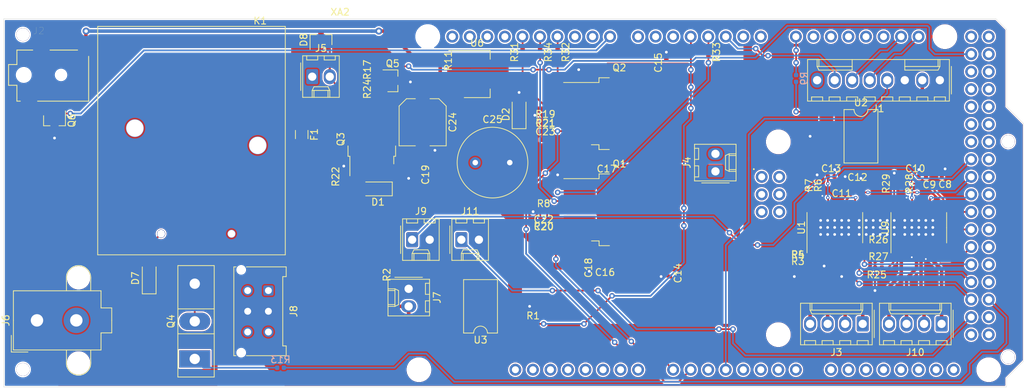
<source format=kicad_pcb>
(kicad_pcb (version 20171130) (host pcbnew "(5.1.10)-1")
  (layers (0 F.Cu signal) (1 In1.Cu signal hide) (2 In2.Cu signal hide) (31 B.Cu signal) (34 B.Paste user) (35 F.Paste user) (36 B.SilkS user) (37 F.SilkS user) (38 B.Mask user) (39 F.Mask user) (44 Edge.Cuts user))
  (net 0 "")
  (net 1 GND)
  (net 2 /5V)
  (net 3 /VINT_OUT)
  (net 4 /MOTOR_OUT1)
  (net 5 /MOTOR_OUT2)
  (net 6 /Vmotor)
  (net 7 "Net-(C20-Pad1)")
  (net 8 "Net-(C21-Pad1)")
  (net 9 /AD_1)
  (net 10 /AD_2)
  (net 11 /12V)
  (net 12 "Net-(D1-Pad2)")
  (net 13 "/phiM(CCD_Clock)")
  (net 14 /SH)
  (net 15 /ICG)
  (net 16 /VPELT)
  (net 17 /LASER1_OUT)
  (net 18 /STEPPER2_OUT1)
  (net 19 /STEPPER2_OUT2)
  (net 20 /STEPPER2_OUT3)
  (net 21 /STEPPER2_OUT4)
  (net 22 /STEPPER1_OUT1)
  (net 23 /STEPPER1_OUT2)
  (net 24 /STEPPER1_OUT3)
  (net 25 /STEPPER1_OUT4)
  (net 26 /IO_4_INH_1)
  (net 27 /IO_2_IN_1)
  (net 28 /IO_3_INH_2)
  (net 29 /IO_1_IN_2)
  (net 30 /OutputSignal_out)
  (net 31 "Net-(R3-Pad2)")
  (net 32 "Net-(R4-Pad2)")
  (net 33 "Net-(R5-Pad1)")
  (net 34 "/VREF(1.45V)")
  (net 35 /LASER1_CONTROL)
  (net 36 "Net-(R25-Pad2)")
  (net 37 "Net-(R26-Pad2)")
  (net 38 "Net-(R27-Pad1)")
  (net 39 "Net-(R31-Pad2)")
  (net 40 "Net-(R32-Pad1)")
  (net 41 "Net-(R33-Pad1)")
  (net 42 "Net-(R34-Pad1)")
  (net 43 /notFAULT2)
  (net 44 /STEPPER2_DIRECTION)
  (net 45 /STEPPER2_STEP)
  (net 46 /STEPPER2_notENABLE)
  (net 47 /notFAULT1)
  (net 48 /STEPPER1_DIRECTION)
  (net 49 /STEPPER1_STEP)
  (net 50 /STEPPER1_notENABLE)
  (net 51 /VINT_OUT2)
  (net 52 "/VREF2(1.45V)")
  (net 53 "Net-(D7-Pad2)")
  (net 54 /12V_in)
  (net 55 "Net-(F1-Pad2)")
  (net 56 /POWER_ON)
  (net 57 /SOLENOID_GND)
  (net 58 "Net-(Q4-Pad1)")
  (net 59 /SOLENOID_ON)
  (net 60 /LED_OUT)
  (net 61 /LED_CONTROL)
  (net 62 "Net-(Q5-Pad2)")
  (net 63 "Net-(Q5-Pad1)")
  (net 64 /LIMIT_SWITCH_1)
  (net 65 /LIMIT_SWITCH_2)
  (net 66 /LASER1_GND)
  (net 67 "Net-(R1-Pad1)")
  (net 68 /PELTIER_ON)
  (net 69 "Net-(R9-Pad1)")
  (net 70 "Net-(R11-Pad2)")
  (module ScienceBoard-2:D_SOD-123FL (layer F.Cu) (at 127.762 55.118 90)
    (fp_text reference D2 (at -0.127 -1.905 90) (layer F.SilkS))
    (fp_text value 39V)
    (pad 1 smd rect (at -1.525 0 90) (size 0.85 1.2) (layers F.Cu F.Paste F.Mask) (net 6 /Vmotor))
    (pad 2 smd rect (at 1.525 0 90) (size 0.85 1.2) (layers F.Cu F.Paste F.Mask) (net 1 GND))
  )
  (module Diode_SMD:D_SOD-123F (layer F.Cu) (at 107.188 66.04 180)
    (fp_text reference D1 (at -0.127 -1.905) (layer F.SilkS))
    (fp_text value 10V)
    (pad 2 smd rect (at 1.4 0 180) (size 1.1 1.1) (layers F.Cu F.Paste F.Mask) (net 12 "Net-(D1-Pad2)"))
    (pad 1 smd rect (at -1.4 0 180) (size 1.1 1.1) (layers F.Cu F.Paste F.Mask) (net 6 /Vmotor))
  )
  (module Package_TO_SOT_SMD:SOT-223-3_TabPin2 (layer F.Cu) (at 121.666 49.408)
    (fp_text reference U6 (at 0 -4.5) (layer F.SilkS))
    (fp_text value LM317_3PinPackage)
    (pad 1 smd rect (at -3.15 -2.3) (size 2 1.5) (layers F.Cu F.Paste F.Mask) (net 17 /LASER1_OUT))
    (pad 3 smd rect (at -3.15 2.3) (size 2 1.5) (layers F.Cu F.Paste F.Mask) (net 11 /12V))
    (pad 2 smd rect (at -3.15 0) (size 2 1.5) (layers F.Cu F.Paste F.Mask) (net 70 "Net-(R11-Pad2)"))
    (pad 2 smd rect (at 3.15 0) (size 2 3.8) (layers F.Cu F.Paste F.Mask) (net 70 "Net-(R11-Pad2)"))
  )
  (module Resistor_SMD:R_0402_1005Metric (layer F.Cu) (at 116.332 47.498 270)
    (fp_text reference R11 (at 0 -1.17 90) (layer F.SilkS))
    (fp_text value 5)
    (pad 2 smd roundrect (at 0.485 0 270) (size 0.59 0.64) (layers F.Cu F.Paste F.Mask) (net 70 "Net-(R11-Pad2)"))
    (pad 1 smd roundrect (at -0.485 0 270) (size 0.59 0.64) (layers F.Cu F.Paste F.Mask) (net 17 /LASER1_OUT))
  )
  (module MJ1-2533-SMT:CUI_MJ1-2533-SMT (layer F.Cu) (at 60.198 49.53)
    (fp_text reference J2 (at -2.027905 -6.394125) (layer F.SilkS) (effects (font (size 1.001425 1.001425) (thickness 0.015))))
    (fp_text value "Laser 1")
    (pad None np_thru_hole circle (at 1.2 0) (size 1.4 1.4) (drill 1.4) (layers *.Cu *.Mask))
    (pad None np_thru_hole circle (at -4.2 0) (size 1.9 1.9) (drill 1.9) (layers *.Cu *.Mask))
    (pad 4 smd rect (at -1.6 -4.45) (size 1.8 1.5) (layers F.Cu F.Paste F.Mask))
    (pad 2 smd rect (at 4.8 -4.1) (size 1.8 2) (layers F.Cu F.Paste F.Mask) (net 17 /LASER1_OUT))
    (pad 1 smd rect (at -3.5 4.3) (size 1.8 2) (layers F.Cu F.Paste F.Mask) (net 66 /LASER1_GND))
  )
  (module Package_TO_SOT_SMD:SOT-23 (layer F.Cu) (at 60.452 56.134 270)
    (fp_text reference Q6 (at 0 -2.5 90) (layer F.SilkS))
    (fp_text value FMMT634Q)
    (pad 3 smd rect (at 1 0 270) (size 0.9 0.8) (layers F.Cu F.Paste F.Mask) (net 1 GND))
    (pad 2 smd rect (at -1 0.95 270) (size 0.9 0.8) (layers F.Cu F.Paste F.Mask) (net 66 /LASER1_GND))
    (pad 1 smd rect (at -1 -0.95 270) (size 0.9 0.8) (layers F.Cu F.Paste F.Mask) (net 35 /LASER1_CONTROL))
  )
  (module Connector_Molex:Molex_Micro-Fit_3.0_43045-0612_2x03_P3.00mm_Vertical (layer F.Cu) (at 91.44 80.772 270)
    (fp_text reference J8 (at 3 -3.67 90) (layer F.SilkS))
    (fp_text value Conn_01x06)
    (pad 6 thru_hole circle (at 6 3 270) (size 1.5 1.5) (drill 1) (layers *.Cu *.Mask) (net 2 /5V))
    (pad 5 thru_hole circle (at 3 3 270) (size 1.5 1.5) (drill 1) (layers *.Cu *.Mask) (net 1 GND))
    (pad 4 thru_hole circle (at 0 3 270) (size 1.5 1.5) (drill 1) (layers *.Cu *.Mask) (net 11 /12V))
    (pad 3 thru_hole circle (at 6 0 270) (size 1.5 1.5) (drill 1) (layers *.Cu *.Mask) (net 2 /5V))
    (pad 2 thru_hole circle (at 3 0 270) (size 1.5 1.5) (drill 1) (layers *.Cu *.Mask) (net 1 GND))
    (pad 1 thru_hole roundrect (at 0 0 270) (size 1.5 1.5) (drill 1) (layers *.Cu *.Mask) (roundrect_rratio 0.1666666666666667) (net 11 /12V))
    (pad "" np_thru_hole circle (at 9 3.94 270) (size 1 1) (drill 1) (layers *.Cu *.Mask))
    (pad "" np_thru_hole circle (at -3 3.94 270) (size 1 1) (drill 1) (layers *.Cu *.Mask))
  )
  (module Connector_Molex:Molex_Mega-Fit_76829-0002_2x01_P5.70mm_Vertical (layer F.Cu) (at 57.912 85.09 90)
    (fp_text reference J6 (at 0 -4.51 90) (layer F.SilkS))
    (fp_text value Conn_01x02)
    (pad "" np_thru_hole circle (at 6.17 6.025 90) (size 3 3) (drill 3) (layers *.Cu *.Mask))
    (pad "" np_thru_hole circle (at -6.17 6.025 90) (size 3 3) (drill 3) (layers *.Cu *.Mask))
    (pad 2 thru_hole circle (at 0 5.7 90) (size 3.7 3.7) (drill 1.8) (layers *.Cu *.Mask) (net 54 /12V_in))
    (pad 1 thru_hole roundrect (at 0 0 90) (size 3.7 3.7) (drill 1.8) (layers *.Cu *.Mask) (roundrect_rratio 0.06756756756756757) (net 1 GND))
  )
  (module Package_DIP:VO14642AT (layer F.Cu) (at 122.174 83.058 180)
    (fp_text reference U3 (at 0 -4.87) (layer F.SilkS))
    (fp_text value VO14642AT)
    (pad 6 smd rect (at 5 -2.54 180) (size 2 1.78) (layers F.Cu F.Paste F.Mask) (net 60 /LED_OUT))
    (pad 3 smd rect (at -5 2.54 180) (size 2 1.78) (layers F.Cu F.Paste F.Mask))
    (pad 5 smd rect (at 5 0 180) (size 2 1.78) (layers F.Cu F.Paste F.Mask))
    (pad 2 smd rect (at -5 0 180) (size 2 1.78) (layers F.Cu F.Paste F.Mask) (net 1 GND))
    (pad 4 smd rect (at 5 2.54 180) (size 2 1.78) (layers F.Cu F.Paste F.Mask) (net 1 GND))
    (pad 1 smd rect (at -5 -2.54 180) (size 2 1.78) (layers F.Cu F.Paste F.Mask) (net 67 "Net-(R1-Pad1)"))
  )
  (module Package_DIP:VO14642AT (layer F.Cu) (at 177.292 58.42)
    (fp_text reference U2 (at 0 -4.87) (layer F.SilkS))
    (fp_text value VO14642AT)
    (pad 6 smd rect (at 5 -2.54) (size 2 1.78) (layers F.Cu F.Paste F.Mask) (net 2 /5V))
    (pad 3 smd rect (at -5 2.54) (size 2 1.78) (layers F.Cu F.Paste F.Mask))
    (pad 5 smd rect (at 5 0) (size 2 1.78) (layers F.Cu F.Paste F.Mask))
    (pad 2 smd rect (at -5 0) (size 2 1.78) (layers F.Cu F.Paste F.Mask) (net 1 GND))
    (pad 4 smd rect (at 5 2.54) (size 2 1.78) (layers F.Cu F.Paste F.Mask) (net 16 /VPELT))
    (pad 1 smd rect (at -5 -2.54) (size 2 1.78) (layers F.Cu F.Paste F.Mask) (net 69 "Net-(R9-Pad1)"))
  )
  (module Resistor_SMD:R_0402_1005Metric (layer B.Cu) (at 167.894 50.038 90)
    (fp_text reference R9 (at 0 1.17 270) (layer B.SilkS) (effects (justify mirror)))
    (fp_text value 5.1k)
    (pad 2 smd roundrect (at 0.485 0 90) (size 0.59 0.64) (layers B.Cu B.Paste B.Mask) (net 68 /PELTIER_ON))
    (pad 1 smd roundrect (at -0.485 0 90) (size 0.59 0.64) (layers B.Cu B.Paste B.Mask) (net 69 "Net-(R9-Pad1)"))
  )
  (module Arduino:Arduino_Mega2560_Shield (layer F.Cu) (at 99.285 94.78)
    (fp_text reference XA2 (at 2.54 -54.356) (layer F.SilkS))
    (fp_text value Arduino_Mega2560_Shield)
    (fp_text user . (at 62.484 -32.004) (layer F.SilkS))
    (pad MISO thru_hole oval (at 63.627 -30.48) (size 1.7272 1.7272) (drill 1.016) (layers *.Cu *.Mask))
    (pad GND6 thru_hole oval (at 96.52 -7.62) (size 1.7272 1.7272) (drill 1.016) (layers *.Cu *.Mask))
    (pad GND5 thru_hole oval (at 93.98 -7.62) (size 1.7272 1.7272) (drill 1.016) (layers *.Cu *.Mask))
    (pad D53 thru_hole oval (at 96.52 -10.16) (size 1.7272 1.7272) (drill 1.016) (layers *.Cu *.Mask))
    (pad D52 thru_hole oval (at 93.98 -10.16) (size 1.7272 1.7272) (drill 1.016) (layers *.Cu *.Mask) (net 65 /LIMIT_SWITCH_2))
    (pad D51 thru_hole oval (at 96.52 -12.7) (size 1.7272 1.7272) (drill 1.016) (layers *.Cu *.Mask) (net 56 /POWER_ON))
    (pad D50 thru_hole oval (at 93.98 -12.7) (size 1.7272 1.7272) (drill 1.016) (layers *.Cu *.Mask) (net 46 /STEPPER2_notENABLE))
    (pad D49 thru_hole oval (at 96.52 -15.24) (size 1.7272 1.7272) (drill 1.016) (layers *.Cu *.Mask))
    (pad D48 thru_hole oval (at 93.98 -15.24) (size 1.7272 1.7272) (drill 1.016) (layers *.Cu *.Mask) (net 45 /STEPPER2_STEP))
    (pad D47 thru_hole oval (at 96.52 -17.78) (size 1.7272 1.7272) (drill 1.016) (layers *.Cu *.Mask))
    (pad D46 thru_hole oval (at 93.98 -17.78) (size 1.7272 1.7272) (drill 1.016) (layers *.Cu *.Mask) (net 44 /STEPPER2_DIRECTION))
    (pad D45 thru_hole oval (at 96.52 -20.32) (size 1.7272 1.7272) (drill 1.016) (layers *.Cu *.Mask))
    (pad D44 thru_hole oval (at 93.98 -20.32) (size 1.7272 1.7272) (drill 1.016) (layers *.Cu *.Mask) (net 50 /STEPPER1_notENABLE))
    (pad D43 thru_hole oval (at 96.52 -22.86) (size 1.7272 1.7272) (drill 1.016) (layers *.Cu *.Mask))
    (pad D42 thru_hole oval (at 93.98 -22.86) (size 1.7272 1.7272) (drill 1.016) (layers *.Cu *.Mask) (net 49 /STEPPER1_STEP))
    (pad D41 thru_hole oval (at 96.52 -25.4) (size 1.7272 1.7272) (drill 1.016) (layers *.Cu *.Mask))
    (pad D40 thru_hole oval (at 93.98 -25.4) (size 1.7272 1.7272) (drill 1.016) (layers *.Cu *.Mask) (net 48 /STEPPER1_DIRECTION))
    (pad D39 thru_hole oval (at 96.52 -27.94) (size 1.7272 1.7272) (drill 1.016) (layers *.Cu *.Mask))
    (pad D38 thru_hole oval (at 93.98 -27.94) (size 1.7272 1.7272) (drill 1.016) (layers *.Cu *.Mask) (net 47 /notFAULT1))
    (pad D37 thru_hole oval (at 96.52 -30.48) (size 1.7272 1.7272) (drill 1.016) (layers *.Cu *.Mask))
    (pad D36 thru_hole oval (at 93.98 -30.48) (size 1.7272 1.7272) (drill 1.016) (layers *.Cu *.Mask) (net 43 /notFAULT2))
    (pad D35 thru_hole oval (at 96.52 -33.02) (size 1.7272 1.7272) (drill 1.016) (layers *.Cu *.Mask))
    (pad D34 thru_hole oval (at 93.98 -33.02) (size 1.7272 1.7272) (drill 1.016) (layers *.Cu *.Mask) (net 64 /LIMIT_SWITCH_1))
    (pad D33 thru_hole oval (at 96.52 -35.56) (size 1.7272 1.7272) (drill 1.016) (layers *.Cu *.Mask))
    (pad D32 thru_hole oval (at 93.98 -35.56) (size 1.7272 1.7272) (drill 1.016) (layers *.Cu *.Mask))
    (pad D31 thru_hole oval (at 96.52 -38.1) (size 1.7272 1.7272) (drill 1.016) (layers *.Cu *.Mask))
    (pad D30 thru_hole oval (at 93.98 -38.1) (size 1.7272 1.7272) (drill 1.016) (layers *.Cu *.Mask))
    (pad D29 thru_hole oval (at 96.52 -40.64) (size 1.7272 1.7272) (drill 1.016) (layers *.Cu *.Mask))
    (pad D28 thru_hole oval (at 93.98 -40.64) (size 1.7272 1.7272) (drill 1.016) (layers *.Cu *.Mask))
    (pad D27 thru_hole oval (at 96.52 -43.18) (size 1.7272 1.7272) (drill 1.016) (layers *.Cu *.Mask))
    (pad D26 thru_hole oval (at 93.98 -43.18) (size 1.7272 1.7272) (drill 1.016) (layers *.Cu *.Mask))
    (pad D25 thru_hole oval (at 96.52 -45.72) (size 1.7272 1.7272) (drill 1.016) (layers *.Cu *.Mask))
    (pad D24 thru_hole oval (at 93.98 -45.72) (size 1.7272 1.7272) (drill 1.016) (layers *.Cu *.Mask))
    (pad D23 thru_hole oval (at 96.52 -48.26) (size 1.7272 1.7272) (drill 1.016) (layers *.Cu *.Mask))
    (pad D22 thru_hole oval (at 93.98 -48.26) (size 1.7272 1.7272) (drill 1.016) (layers *.Cu *.Mask) (net 59 /SOLENOID_ON))
    (pad 5V4 thru_hole oval (at 96.52 -50.8) (size 1.7272 1.7272) (drill 1.016) (layers *.Cu *.Mask))
    (pad 5V3 thru_hole oval (at 93.98 -50.8) (size 1.7272 1.7272) (drill 1.016) (layers *.Cu *.Mask))
    (pad A15 thru_hole oval (at 91.44 -2.54) (size 1.7272 1.7272) (drill 1.016) (layers *.Cu *.Mask))
    (pad A14 thru_hole oval (at 88.9 -2.54) (size 1.7272 1.7272) (drill 1.016) (layers *.Cu *.Mask))
    (pad A13 thru_hole oval (at 86.36 -2.54) (size 1.7272 1.7272) (drill 1.016) (layers *.Cu *.Mask))
    (pad A12 thru_hole oval (at 83.82 -2.54) (size 1.7272 1.7272) (drill 1.016) (layers *.Cu *.Mask))
    (pad A11 thru_hole oval (at 81.28 -2.54) (size 1.7272 1.7272) (drill 1.016) (layers *.Cu *.Mask))
    (pad A10 thru_hole oval (at 78.74 -2.54) (size 1.7272 1.7272) (drill 1.016) (layers *.Cu *.Mask))
    (pad A9 thru_hole oval (at 76.2 -2.54) (size 1.7272 1.7272) (drill 1.016) (layers *.Cu *.Mask))
    (pad A8 thru_hole oval (at 73.66 -2.54) (size 1.7272 1.7272) (drill 1.016) (layers *.Cu *.Mask))
    (pad A7 thru_hole oval (at 68.58 -2.54) (size 1.7272 1.7272) (drill 1.016) (layers *.Cu *.Mask))
    (pad A6 thru_hole oval (at 66.04 -2.54) (size 1.7272 1.7272) (drill 1.016) (layers *.Cu *.Mask))
    (pad A5 thru_hole oval (at 63.5 -2.54) (size 1.7272 1.7272) (drill 1.016) (layers *.Cu *.Mask))
    (pad A4 thru_hole oval (at 60.96 -2.54) (size 1.7272 1.7272) (drill 1.016) (layers *.Cu *.Mask))
    (pad A3 thru_hole oval (at 58.42 -2.54) (size 1.7272 1.7272) (drill 1.016) (layers *.Cu *.Mask) (net 30 /OutputSignal_out))
    (pad A2 thru_hole oval (at 55.88 -2.54) (size 1.7272 1.7272) (drill 1.016) (layers *.Cu *.Mask))
    (pad A1 thru_hole oval (at 53.34 -2.54) (size 1.7272 1.7272) (drill 1.016) (layers *.Cu *.Mask) (net 10 /AD_2))
    (pad "" thru_hole oval (at 27.94 -2.54) (size 1.7272 1.7272) (drill 1.016) (layers *.Cu *.Mask))
    (pad D11 thru_hole oval (at 34.036 -50.8) (size 1.7272 1.7272) (drill 1.016) (layers *.Cu *.Mask) (net 40 "Net-(R32-Pad1)"))
    (pad D12 thru_hole oval (at 31.496 -50.8) (size 1.7272 1.7272) (drill 1.016) (layers *.Cu *.Mask) (net 42 "Net-(R34-Pad1)"))
    (pad D13 thru_hole oval (at 28.956 -50.8) (size 1.7272 1.7272) (drill 1.016) (layers *.Cu *.Mask) (net 39 "Net-(R31-Pad2)"))
    (pad AREF thru_hole oval (at 23.876 -50.8) (size 1.7272 1.7272) (drill 1.016) (layers *.Cu *.Mask))
    (pad SDA thru_hole oval (at 21.336 -50.8) (size 1.7272 1.7272) (drill 1.016) (layers *.Cu *.Mask))
    (pad SCL thru_hole oval (at 18.796 -50.8) (size 1.7272 1.7272) (drill 1.016) (layers *.Cu *.Mask))
    (pad "" np_thru_hole circle (at 13.97 -2.54) (size 3.2 3.2) (drill 3.2) (layers *.Cu *.Mask))
    (pad "" np_thru_hole circle (at 96.52 -2.54) (size 3.2 3.2) (drill 3.2) (layers *.Cu *.Mask))
    (pad "" np_thru_hole circle (at 15.24 -50.8) (size 3.2 3.2) (drill 3.2) (layers *.Cu *.Mask))
    (pad "" np_thru_hole circle (at 90.17 -50.8) (size 3.2 3.2) (drill 3.2) (layers *.Cu *.Mask))
    (pad "" np_thru_hole circle (at 66.04 -35.56) (size 3.2 3.2) (drill 3.2) (layers *.Cu *.Mask))
    (pad "" np_thru_hole circle (at 66.04 -7.62) (size 3.2 3.2) (drill 3.2) (layers *.Cu *.Mask))
    (pad D10 thru_hole oval (at 36.576 -50.8) (size 1.7272 1.7272) (drill 1.016) (layers *.Cu *.Mask))
    (pad D9 thru_hole oval (at 39.116 -50.8) (size 1.7272 1.7272) (drill 1.016) (layers *.Cu *.Mask))
    (pad D8 thru_hole oval (at 41.656 -50.8) (size 1.7272 1.7272) (drill 1.016) (layers *.Cu *.Mask) (net 35 /LASER1_CONTROL))
    (pad GND1 thru_hole oval (at 26.416 -50.8) (size 1.7272 1.7272) (drill 1.016) (layers *.Cu *.Mask))
    (pad D7 thru_hole oval (at 45.72 -50.8) (size 1.7272 1.7272) (drill 1.016) (layers *.Cu *.Mask))
    (pad D6 thru_hole oval (at 48.26 -50.8) (size 1.7272 1.7272) (drill 1.016) (layers *.Cu *.Mask))
    (pad D5 thru_hole oval (at 50.8 -50.8) (size 1.7272 1.7272) (drill 1.016) (layers *.Cu *.Mask))
    (pad D4 thru_hole oval (at 53.34 -50.8) (size 1.7272 1.7272) (drill 1.016) (layers *.Cu *.Mask) (net 61 /LED_CONTROL))
    (pad D3 thru_hole oval (at 55.88 -50.8) (size 1.7272 1.7272) (drill 1.016) (layers *.Cu *.Mask) (net 41 "Net-(R33-Pad1)"))
    (pad D2 thru_hole oval (at 58.42 -50.8) (size 1.7272 1.7272) (drill 1.016) (layers *.Cu *.Mask) (net 13 "/phiM(CCD_Clock)"))
    (pad D1 thru_hole oval (at 60.96 -50.8) (size 1.7272 1.7272) (drill 1.016) (layers *.Cu *.Mask))
    (pad D0 thru_hole oval (at 63.5 -50.8) (size 1.7272 1.7272) (drill 1.016) (layers *.Cu *.Mask))
    (pad D14 thru_hole oval (at 68.58 -50.8) (size 1.7272 1.7272) (drill 1.016) (layers *.Cu *.Mask) (net 68 /PELTIER_ON))
    (pad D15 thru_hole oval (at 71.12 -50.8) (size 1.7272 1.7272) (drill 1.016) (layers *.Cu *.Mask))
    (pad D16 thru_hole oval (at 73.66 -50.8) (size 1.7272 1.7272) (drill 1.016) (layers *.Cu *.Mask))
    (pad D17 thru_hole oval (at 76.2 -50.8) (size 1.7272 1.7272) (drill 1.016) (layers *.Cu *.Mask))
    (pad D18 thru_hole oval (at 78.74 -50.8) (size 1.7272 1.7272) (drill 1.016) (layers *.Cu *.Mask))
    (pad D19 thru_hole oval (at 81.28 -50.8) (size 1.7272 1.7272) (drill 1.016) (layers *.Cu *.Mask))
    (pad D20 thru_hole oval (at 83.82 -50.8) (size 1.7272 1.7272) (drill 1.016) (layers *.Cu *.Mask) (net 14 /SH))
    (pad D21 thru_hole oval (at 86.36 -50.8) (size 1.7272 1.7272) (drill 1.016) (layers *.Cu *.Mask) (net 15 /ICG))
    (pad IORF thru_hole oval (at 30.48 -2.54) (size 1.7272 1.7272) (drill 1.016) (layers *.Cu *.Mask))
    (pad RST1 thru_hole oval (at 33.02 -2.54) (size 1.7272 1.7272) (drill 1.016) (layers *.Cu *.Mask))
    (pad 3V3 thru_hole oval (at 35.56 -2.54) (size 1.7272 1.7272) (drill 1.016) (layers *.Cu *.Mask))
    (pad 5V1 thru_hole oval (at 38.1 -2.54) (size 1.7272 1.7272) (drill 1.016) (layers *.Cu *.Mask))
    (pad GND2 thru_hole oval (at 40.64 -2.54) (size 1.7272 1.7272) (drill 1.016) (layers *.Cu *.Mask))
    (pad GND3 thru_hole oval (at 43.18 -2.54) (size 1.7272 1.7272) (drill 1.016) (layers *.Cu *.Mask))
    (pad VIN thru_hole oval (at 45.72 -2.54) (size 1.7272 1.7272) (drill 1.016) (layers *.Cu *.Mask))
    (pad A0 thru_hole oval (at 50.8 -2.54) (size 1.7272 1.7272) (drill 1.016) (layers *.Cu *.Mask) (net 9 /AD_1))
    (pad 5V2 thru_hole oval (at 66.167 -30.48) (size 1.7272 1.7272) (drill 1.016) (layers *.Cu *.Mask))
    (pad SCK thru_hole oval (at 63.627 -27.94) (size 1.7272 1.7272) (drill 1.016) (layers *.Cu *.Mask))
    (pad MOSI thru_hole oval (at 66.167 -27.94) (size 1.7272 1.7272) (drill 1.016) (layers *.Cu *.Mask))
    (pad GND4 thru_hole oval (at 66.167 -25.4) (size 1.7272 1.7272) (drill 1.016) (layers *.Cu *.Mask))
    (pad RST2 thru_hole oval (at 63.627 -25.4) (size 1.7272 1.7272) (drill 1.016) (layers *.Cu *.Mask))
  )
  (module Connector_Molex:Molex_KK-254_AE-6410-02A_1x02_P2.54mm_Vertical (layer F.Cu) (at 119.398 73.406)
    (fp_text reference J11 (at 1.27 -4.12) (layer F.SilkS))
    (fp_text value Conn_01x02)
    (pad 2 thru_hole oval (at 2.54 0) (size 1.74 2.2) (drill 1.2) (layers *.Cu *.Mask) (net 1 GND))
    (pad 1 thru_hole roundrect (at 0 0) (size 1.74 2.2) (drill 1.2) (layers *.Cu *.Mask) (roundrect_rratio 0.1436775862068966) (net 65 /LIMIT_SWITCH_2))
  )
  (module Connector_Molex:Molex_KK-254_AE-6410-02A_1x02_P2.54mm_Vertical (layer F.Cu) (at 112.268 73.406)
    (fp_text reference J9 (at 1.27 -4.12) (layer F.SilkS))
    (fp_text value Conn_01x02)
    (pad 2 thru_hole oval (at 2.54 0) (size 1.74 2.2) (drill 1.2) (layers *.Cu *.Mask) (net 1 GND))
    (pad 1 thru_hole roundrect (at 0 0) (size 1.74 2.2) (drill 1.2) (layers *.Cu *.Mask) (roundrect_rratio 0.1436775862068966) (net 64 /LIMIT_SWITCH_1))
  )
  (module Resistor_SMD:R_0402_1005Metric (layer F.Cu) (at 106.934 51.562 90)
    (fp_text reference R24 (at 0 -1.17 90) (layer F.SilkS))
    (fp_text value 20)
    (pad 2 smd roundrect (at 0.485 0 90) (size 0.59 0.64) (layers F.Cu F.Paste F.Mask) (net 62 "Net-(Q5-Pad2)"))
    (pad 1 smd roundrect (at -0.485 0 90) (size 0.59 0.64) (layers F.Cu F.Paste F.Mask) (net 57 /SOLENOID_GND))
  )
  (module Resistor_SMD:R_0402_1005Metric (layer F.Cu) (at 106.934 48.768 90)
    (fp_text reference R17 (at 0 -1.17 90) (layer F.SilkS))
    (fp_text value 20k)
    (pad 2 smd roundrect (at 0.485 0 90) (size 0.59 0.64) (layers F.Cu F.Paste F.Mask) (net 59 /SOLENOID_ON))
    (pad 1 smd roundrect (at -0.485 0 90) (size 0.59 0.64) (layers F.Cu F.Paste F.Mask) (net 63 "Net-(Q5-Pad1)"))
  )
  (module Package_TO_SOT_SMD:SOT-23 (layer F.Cu) (at 109.44 50.38)
    (fp_text reference Q5 (at 0 -2.5) (layer F.SilkS))
    (fp_text value FMMT634Q)
    (pad 3 smd rect (at 1 0) (size 0.9 0.8) (layers F.Cu F.Paste F.Mask) (net 1 GND))
    (pad 2 smd rect (at -1 0.95) (size 0.9 0.8) (layers F.Cu F.Paste F.Mask) (net 62 "Net-(Q5-Pad2)"))
    (pad 1 smd rect (at -1 -0.95) (size 0.9 0.8) (layers F.Cu F.Paste F.Mask) (net 63 "Net-(Q5-Pad1)"))
  )
  (module Resistor_SMD:R_0402_1005Metric (layer F.Cu) (at 107.442 78.486 270)
    (fp_text reference R2 (at 0 -1.17 90) (layer F.SilkS))
    (fp_text value 8)
    (pad 2 smd roundrect (at 0.485 0 270) (size 0.59 0.64) (layers F.Cu F.Paste F.Mask) (net 60 /LED_OUT))
    (pad 1 smd roundrect (at -0.485 0 270) (size 0.59 0.64) (layers F.Cu F.Paste F.Mask) (net 11 /12V))
  )
  (module Resistor_SMD:R_0402_1005Metric (layer F.Cu) (at 129.794 85.598)
    (fp_text reference R1 (at 0 -1.17) (layer F.SilkS))
    (fp_text value 5.1k)
    (pad 2 smd roundrect (at 0.485 0) (size 0.59 0.64) (layers F.Cu F.Paste F.Mask) (net 61 /LED_CONTROL))
    (pad 1 smd roundrect (at -0.485 0) (size 0.59 0.64) (layers F.Cu F.Paste F.Mask) (net 67 "Net-(R1-Pad1)"))
  )
  (module Connector_Molex:Molex_KK-254_AE-6410-02A_1x02_P2.54mm_Vertical (layer F.Cu) (at 111.76 80.518 270)
    (fp_text reference J7 (at 1.27 -4.12 90) (layer F.SilkS))
    (fp_text value Conn_01x02)
    (pad 2 thru_hole oval (at 2.54 0 270) (size 1.74 2.2) (drill 1.2) (layers *.Cu *.Mask) (net 60 /LED_OUT))
    (pad 1 thru_hole roundrect (at 0 0 270) (size 1.74 2.2) (drill 1.2) (layers *.Cu *.Mask) (roundrect_rratio 0.1436775862068966) (net 1 GND))
  )
  (module Resistor_SMD:R_0402_1005Metric (layer B.Cu) (at 93.195 91.948 180)
    (fp_text reference R13 (at 0 1.17) (layer B.SilkS) (effects (justify mirror)))
    (fp_text value 10k)
    (pad 1 smd roundrect (at -0.485 0 180) (size 0.59 0.64) (layers B.Cu B.Paste B.Mask) (net 56 /POWER_ON))
    (pad 2 smd roundrect (at 0.485 0 180) (size 0.59 0.64) (layers B.Cu B.Paste B.Mask) (net 58 "Net-(Q4-Pad1)"))
  )
  (module Connector_Molex:Molex_KK-254_AE-6410-02A_1x02_P2.54mm_Vertical (layer F.Cu) (at 97.79 49.784)
    (fp_text reference J5 (at 1.27 -4.12) (layer F.SilkS))
    (fp_text value Conn_01x02)
    (pad 2 thru_hole oval (at 2.54 0) (size 1.74 2.2) (drill 1.2) (layers *.Cu *.Mask) (net 57 /SOLENOID_GND))
    (pad 1 thru_hole roundrect (at 0 0) (size 1.74 2.2) (drill 1.2) (layers *.Cu *.Mask) (roundrect_rratio 0.1436775862068966) (net 11 /12V))
  )
  (module Package_TO_SOT_SMD:SOT-23 (layer F.Cu) (at 99.06 44.45 90)
    (fp_text reference D8 (at 0 -2.5 90) (layer F.SilkS))
    (fp_text value CMPD914E)
    (pad 1 smd rect (at -1 -0.95 90) (size 0.9 0.8) (layers F.Cu F.Paste F.Mask) (net 11 /12V))
    (pad 2 smd rect (at -1 0.95 90) (size 0.9 0.8) (layers F.Cu F.Paste F.Mask) (net 57 /SOLENOID_GND))
    (pad 3 smd rect (at 1 0 90) (size 0.9 0.8) (layers F.Cu F.Paste F.Mask))
  )
  (module Package_TO_SOT_THT:TO-247-3_Vertical (layer F.Cu) (at 80.772 90.678 90)
    (fp_text reference Q4 (at 5.45 -3.45 90) (layer F.SilkS))
    (fp_text value TIP35CW)
    (pad 3 thru_hole oval (at 10.9 0 90) (size 2.5 4.5) (drill 1.5) (layers *.Cu *.Mask) (net 1 GND))
    (pad 2 thru_hole oval (at 5.45 0 90) (size 2.5 4.5) (drill 1.5) (layers *.Cu *.Mask) (net 53 "Net-(D7-Pad2)"))
    (pad 1 thru_hole rect (at 0 0 90) (size 2.5 4.5) (drill 1.5) (layers *.Cu *.Mask) (net 58 "Net-(Q4-Pad1)"))
  )
  (module Relay_THT:Relay_StandexMeder_UMS (layer F.Cu) (at 80.426 59.842)
    (fp_text reference K1 (at 9.82 -18.144) (layer F.SilkS))
    (fp_text value J115F11AH12VDCS61.5U)
    (pad 1 thru_hole circle (at -4.53 12.7) (size 1.2 1.2) (drill 1.1) (layers *.Cu *.Mask) (net 53 "Net-(D7-Pad2)"))
    (pad 3 thru_hole circle (at 9.47 -0.1) (size 2.6 2.6) (drill 2.5) (layers *.Cu *.Mask) (net 55 "Net-(F1-Pad2)"))
    (pad 4 thru_hole circle (at -8.33 -2.6) (size 2.6 2.6) (drill 2.5) (layers *.Cu *.Mask) (net 54 /12V_in))
    (pad 2 thru_hole circle (at 5.67 12.7) (size 1.2 1.2) (drill 1.1) (layers *.Cu *.Mask) (net 54 /12V_in))
  )
  (module Fuse:Fuse_1206_3216Metric (layer F.Cu) (at 96.266 58.166 270)
    (fp_text reference F1 (at 0 -1.82 90) (layer F.SilkS))
    (fp_text value TR/3216FF25-R)
    (pad 2 smd roundrect (at 1.4 0 270) (size 1.25 1.75) (layers F.Cu F.Paste F.Mask) (roundrect_rratio 0.2) (net 55 "Net-(F1-Pad2)"))
    (pad 1 smd roundrect (at -1.4 0 270) (size 1.25 1.75) (layers F.Cu F.Paste F.Mask) (roundrect_rratio 0.2) (net 11 /12V))
  )
  (module Diode_SMD:D_SOD-123 (layer F.Cu) (at 74.168 78.994 90)
    (fp_text reference D7 (at 0 -2 90) (layer F.SilkS))
    (fp_text value MMSD4148)
    (pad 2 smd rect (at 1.65 0 90) (size 0.9 1.2) (layers F.Cu F.Paste F.Mask) (net 53 "Net-(D7-Pad2)"))
    (pad 1 smd rect (at -1.65 0 90) (size 0.9 1.2) (layers F.Cu F.Paste F.Mask) (net 54 /12V_in))
  )
  (module Connector_Molex:Molex_KK-254_AE-6410-02A_1x02_P2.54mm_Vertical (layer F.Cu) (at 156.21 63.5 90)
    (fp_text reference J4 (at 1.27 -4.12 90) (layer F.SilkS))
    (fp_text value Conn_01x02)
    (pad 2 thru_hole oval (at 2.54 0 90) (size 1.74 2.2) (drill 1.2) (layers *.Cu *.Mask) (net 5 /MOTOR_OUT2))
    (pad 1 thru_hole roundrect (at 0 0 90) (size 1.74 2.2) (drill 1.2) (layers *.Cu *.Mask) (roundrect_rratio 0.1436775862068966) (net 4 /MOTOR_OUT1))
  )
  (module Package_SO:HTSSOP-24-1EP_4.4x7.8mm_P0.65mm_EP3.2x5mm (layer F.Cu) (at 185.674 71.666 90)
    (fp_text reference U9 (at 0 -4.85 90) (layer F.SilkS))
    (fp_text value DRV8834)
    (pad 25 smd roundrect (at 0 0 90) (size 3.2 5) (layers F.Cu F.Mask) (roundrect_rratio 0.078125) (net 1 GND))
    (pad 1 smd roundrect (at -2.875 -3.575 90) (size 1.55 0.4) (layers F.Cu F.Paste F.Mask) (net 38 "Net-(R27-Pad1)"))
    (pad 2 smd roundrect (at -2.875 -2.925 90) (size 1.55 0.4) (layers F.Cu F.Paste F.Mask) (net 37 "Net-(R26-Pad2)"))
    (pad 3 smd roundrect (at -2.875 -2.275 90) (size 1.55 0.4) (layers F.Cu F.Paste F.Mask) (net 36 "Net-(R25-Pad2)"))
    (pad 4 smd roundrect (at -2.875 -1.625 90) (size 1.55 0.4) (layers F.Cu F.Paste F.Mask) (net 22 /STEPPER1_OUT1))
    (pad 5 smd roundrect (at -2.875 -0.975 90) (size 1.55 0.4) (layers F.Cu F.Paste F.Mask) (net 1 GND))
    (pad 6 smd roundrect (at -2.875 -0.325 90) (size 1.55 0.4) (layers F.Cu F.Paste F.Mask) (net 23 /STEPPER1_OUT2))
    (pad 7 smd roundrect (at -2.875 0.325 90) (size 1.55 0.4) (layers F.Cu F.Paste F.Mask) (net 24 /STEPPER1_OUT3))
    (pad 8 smd roundrect (at -2.875 0.975 90) (size 1.55 0.4) (layers F.Cu F.Paste F.Mask) (net 1 GND))
    (pad 9 smd roundrect (at -2.875 1.625 90) (size 1.55 0.4) (layers F.Cu F.Paste F.Mask) (net 25 /STEPPER1_OUT4))
    (pad 10 smd roundrect (at -2.875 2.275 90) (size 1.55 0.4) (layers F.Cu F.Paste F.Mask) (net 50 /STEPPER1_notENABLE))
    (pad 11 smd roundrect (at -2.875 2.925 90) (size 1.55 0.4) (layers F.Cu F.Paste F.Mask) (net 49 /STEPPER1_STEP))
    (pad 12 smd roundrect (at -2.875 3.575 90) (size 1.55 0.4) (layers F.Cu F.Paste F.Mask) (net 48 /STEPPER1_DIRECTION))
    (pad 13 smd roundrect (at 2.875 3.575 90) (size 1.55 0.4) (layers F.Cu F.Paste F.Mask) (net 3 /VINT_OUT))
    (pad 14 smd roundrect (at 2.875 2.925 90) (size 1.55 0.4) (layers F.Cu F.Paste F.Mask) (net 3 /VINT_OUT))
    (pad 15 smd roundrect (at 2.875 2.275 90) (size 1.55 0.4) (layers F.Cu F.Paste F.Mask) (net 3 /VINT_OUT))
    (pad 16 smd roundrect (at 2.875 1.625 90) (size 1.55 0.4) (layers F.Cu F.Paste F.Mask) (net 47 /notFAULT1))
    (pad 17 smd roundrect (at 2.875 0.975 90) (size 1.55 0.4) (layers F.Cu F.Paste F.Mask) (net 2 /5V))
    (pad 18 smd roundrect (at 2.875 0.325 90) (size 1.55 0.4) (layers F.Cu F.Paste F.Mask) (net 2 /5V))
    (pad 19 smd roundrect (at 2.875 -0.325 90) (size 1.55 0.4) (layers F.Cu F.Paste F.Mask) (net 2 /5V))
    (pad 20 smd roundrect (at 2.875 -0.975 90) (size 1.55 0.4) (layers F.Cu F.Paste F.Mask) (net 3 /VINT_OUT))
    (pad 21 smd roundrect (at 2.875 -1.625 90) (size 1.55 0.4) (layers F.Cu F.Paste F.Mask) (net 1 GND))
    (pad 22 smd roundrect (at 2.875 -2.275 90) (size 1.55 0.4) (layers F.Cu F.Paste F.Mask) (net 34 "/VREF(1.45V)"))
    (pad 23 smd roundrect (at 2.875 -2.925 90) (size 1.55 0.4) (layers F.Cu F.Paste F.Mask) (net 34 "/VREF(1.45V)"))
    (pad 24 smd roundrect (at 2.875 -3.575 90) (size 1.55 0.4) (layers F.Cu F.Paste F.Mask) (net 34 "/VREF(1.45V)"))
  )
  (module Package_SO:HTSSOP-24-1EP_4.4x7.8mm_P0.65mm_EP3.2x5mm (layer F.Cu) (at 173.51 71.656 90)
    (fp_text reference U1 (at 0 -4.85 90) (layer F.SilkS))
    (fp_text value DRV8834)
    (pad 25 smd roundrect (at 0 0 90) (size 3.2 5) (layers F.Cu F.Mask) (roundrect_rratio 0.078125) (net 1 GND))
    (pad 1 smd roundrect (at -2.875 -3.575 90) (size 1.55 0.4) (layers F.Cu F.Paste F.Mask) (net 33 "Net-(R5-Pad1)"))
    (pad 2 smd roundrect (at -2.875 -2.925 90) (size 1.55 0.4) (layers F.Cu F.Paste F.Mask) (net 32 "Net-(R4-Pad2)"))
    (pad 3 smd roundrect (at -2.875 -2.275 90) (size 1.55 0.4) (layers F.Cu F.Paste F.Mask) (net 31 "Net-(R3-Pad2)"))
    (pad 4 smd roundrect (at -2.875 -1.625 90) (size 1.55 0.4) (layers F.Cu F.Paste F.Mask) (net 18 /STEPPER2_OUT1))
    (pad 5 smd roundrect (at -2.875 -0.975 90) (size 1.55 0.4) (layers F.Cu F.Paste F.Mask) (net 1 GND))
    (pad 6 smd roundrect (at -2.875 -0.325 90) (size 1.55 0.4) (layers F.Cu F.Paste F.Mask) (net 19 /STEPPER2_OUT2))
    (pad 7 smd roundrect (at -2.875 0.325 90) (size 1.55 0.4) (layers F.Cu F.Paste F.Mask) (net 20 /STEPPER2_OUT3))
    (pad 8 smd roundrect (at -2.875 0.975 90) (size 1.55 0.4) (layers F.Cu F.Paste F.Mask) (net 1 GND))
    (pad 9 smd roundrect (at -2.875 1.625 90) (size 1.55 0.4) (layers F.Cu F.Paste F.Mask) (net 21 /STEPPER2_OUT4))
    (pad 10 smd roundrect (at -2.875 2.275 90) (size 1.55 0.4) (layers F.Cu F.Paste F.Mask) (net 46 /STEPPER2_notENABLE))
    (pad 11 smd roundrect (at -2.875 2.925 90) (size 1.55 0.4) (layers F.Cu F.Paste F.Mask) (net 45 /STEPPER2_STEP))
    (pad 12 smd roundrect (at -2.875 3.575 90) (size 1.55 0.4) (layers F.Cu F.Paste F.Mask) (net 44 /STEPPER2_DIRECTION))
    (pad 13 smd roundrect (at 2.875 3.575 90) (size 1.55 0.4) (layers F.Cu F.Paste F.Mask) (net 51 /VINT_OUT2))
    (pad 14 smd roundrect (at 2.875 2.925 90) (size 1.55 0.4) (layers F.Cu F.Paste F.Mask) (net 51 /VINT_OUT2))
    (pad 15 smd roundrect (at 2.875 2.275 90) (size 1.55 0.4) (layers F.Cu F.Paste F.Mask) (net 51 /VINT_OUT2))
    (pad 16 smd roundrect (at 2.875 1.625 90) (size 1.55 0.4) (layers F.Cu F.Paste F.Mask) (net 43 /notFAULT2))
    (pad 17 smd roundrect (at 2.875 0.975 90) (size 1.55 0.4) (layers F.Cu F.Paste F.Mask) (net 2 /5V))
    (pad 18 smd roundrect (at 2.875 0.325 90) (size 1.55 0.4) (layers F.Cu F.Paste F.Mask) (net 2 /5V))
    (pad 19 smd roundrect (at 2.875 -0.325 90) (size 1.55 0.4) (layers F.Cu F.Paste F.Mask) (net 2 /5V))
    (pad 20 smd roundrect (at 2.875 -0.975 90) (size 1.55 0.4) (layers F.Cu F.Paste F.Mask) (net 51 /VINT_OUT2))
    (pad 21 smd roundrect (at 2.875 -1.625 90) (size 1.55 0.4) (layers F.Cu F.Paste F.Mask) (net 1 GND))
    (pad 22 smd roundrect (at 2.875 -2.275 90) (size 1.55 0.4) (layers F.Cu F.Paste F.Mask) (net 52 "/VREF2(1.45V)"))
    (pad 23 smd roundrect (at 2.875 -2.925 90) (size 1.55 0.4) (layers F.Cu F.Paste F.Mask) (net 52 "/VREF2(1.45V)"))
    (pad 24 smd roundrect (at 2.875 -3.575 90) (size 1.55 0.4) (layers F.Cu F.Paste F.Mask) (net 52 "/VREF2(1.45V)"))
  )
  (module Resistor_SMD:R_0402_1005Metric (layer F.Cu) (at 130.81 46.228 270)
    (fp_text reference R34 (at 0 -1.17 90) (layer F.SilkS))
    (fp_text value 6.6k)
    (pad 2 smd roundrect (at 0.485 0 270) (size 0.59 0.64) (layers F.Cu F.Paste F.Mask) (net 26 /IO_4_INH_1))
    (pad 1 smd roundrect (at -0.485 0 270) (size 0.59 0.64) (layers F.Cu F.Paste F.Mask) (net 42 "Net-(R34-Pad1)"))
  )
  (module Resistor_SMD:R_0402_1005Metric (layer F.Cu) (at 155.194 46.228 270)
    (fp_text reference R33 (at 0 -1.17 90) (layer F.SilkS))
    (fp_text value 6.6k)
    (pad 2 smd roundrect (at 0.485 0 270) (size 0.59 0.64) (layers F.Cu F.Paste F.Mask) (net 27 /IO_2_IN_1))
    (pad 1 smd roundrect (at -0.485 0 270) (size 0.59 0.64) (layers F.Cu F.Paste F.Mask) (net 41 "Net-(R33-Pad1)"))
  )
  (module Resistor_SMD:R_0402_1005Metric (layer F.Cu) (at 133.35 46.228 270)
    (fp_text reference R32 (at 0 -1.17 90) (layer F.SilkS))
    (fp_text value 6.6k)
    (pad 2 smd roundrect (at 0.485 0 270) (size 0.59 0.64) (layers F.Cu F.Paste F.Mask) (net 29 /IO_1_IN_2))
    (pad 1 smd roundrect (at -0.485 0 270) (size 0.59 0.64) (layers F.Cu F.Paste F.Mask) (net 40 "Net-(R32-Pad1)"))
  )
  (module Resistor_SMD:R_0402_1005Metric (layer F.Cu) (at 128.27 46.228 90)
    (fp_text reference R31 (at 0 -1.17 90) (layer F.SilkS))
    (fp_text value 6.6k)
    (pad 2 smd roundrect (at 0.485 0 90) (size 0.59 0.64) (layers F.Cu F.Paste F.Mask) (net 39 "Net-(R31-Pad2)"))
    (pad 1 smd roundrect (at -0.485 0 90) (size 0.59 0.64) (layers F.Cu F.Paste F.Mask) (net 28 /IO_3_INH_2))
  )
  (module Resistor_SMD:R_0402_1005Metric (layer F.Cu) (at 182.118 65.278 90)
    (fp_text reference R29 (at 0 -1.17 90) (layer F.SilkS))
    (fp_text value 82k)
    (pad 2 smd roundrect (at 0.485 0 90) (size 0.59 0.64) (layers F.Cu F.Paste F.Mask) (net 1 GND))
    (pad 1 smd roundrect (at -0.485 0 90) (size 0.59 0.64) (layers F.Cu F.Paste F.Mask) (net 34 "/VREF(1.45V)"))
  )
  (module Resistor_SMD:R_0402_1005Metric (layer F.Cu) (at 183.134 65.278 270)
    (fp_text reference R28 (at 0 -1.17 90) (layer F.SilkS))
    (fp_text value 200k)
    (pad 2 smd roundrect (at 0.485 0 270) (size 0.59 0.64) (layers F.Cu F.Paste F.Mask) (net 34 "/VREF(1.45V)"))
    (pad 1 smd roundrect (at -0.485 0 270) (size 0.59 0.64) (layers F.Cu F.Paste F.Mask) (net 2 /5V))
  )
  (module Resistor_SMD:R_0402_1005Metric (layer F.Cu) (at 179.832 74.676 180)
    (fp_text reference R27 (at 0 -1.17) (layer F.SilkS))
    (fp_text value 47k)
    (pad 2 smd roundrect (at 0.485 0 180) (size 0.59 0.64) (layers F.Cu F.Paste F.Mask) (net 2 /5V))
    (pad 1 smd roundrect (at -0.485 0 180) (size 0.59 0.64) (layers F.Cu F.Paste F.Mask) (net 38 "Net-(R27-Pad1)"))
  )
  (module Resistor_SMD:R_0402_1005Metric (layer F.Cu) (at 179.832 76.454)
    (fp_text reference R26 (at 0 -3.048) (layer F.SilkS))
    (fp_text value 51k)
    (pad 2 smd roundrect (at 0.485 0) (size 0.59 0.64) (layers F.Cu F.Paste F.Mask) (net 37 "Net-(R26-Pad2)"))
    (pad 1 smd roundrect (at -0.485 0) (size 0.59 0.64) (layers F.Cu F.Paste F.Mask) (net 1 GND))
  )
  (module Resistor_SMD:R_0402_1005Metric (layer F.Cu) (at 179.832 77.47)
    (fp_text reference R25 (at -0.254 1.016) (layer F.SilkS))
    (fp_text value 51k)
    (pad 2 smd roundrect (at 0.485 0) (size 0.59 0.64) (layers F.Cu F.Paste F.Mask) (net 36 "Net-(R25-Pad2)"))
    (pad 1 smd roundrect (at -0.485 0) (size 0.59 0.64) (layers F.Cu F.Paste F.Mask) (net 1 GND))
  )
  (module Resistor_SMD:R_0402_1005Metric (layer F.Cu) (at 102.362 64.262 90)
    (fp_text reference R22 (at 0 -1.17 90) (layer F.SilkS))
    (fp_text value 10k)
    (pad 2 smd roundrect (at 0.485 0 90) (size 0.59 0.64) (layers F.Cu F.Paste F.Mask) (net 1 GND))
    (pad 1 smd roundrect (at -0.485 0 90) (size 0.59 0.64) (layers F.Cu F.Paste F.Mask) (net 12 "Net-(D1-Pad2)"))
  )
  (module Resistor_SMD:R_0402_1005Metric (layer F.Cu) (at 131.572 57.658)
    (fp_text reference R21 (at 0 -1.17) (layer F.SilkS))
    (fp_text value 1k)
    (pad 2 smd roundrect (at 0.485 0) (size 0.59 0.64) (layers F.Cu F.Paste F.Mask) (net 10 /AD_2))
    (pad 1 smd roundrect (at -0.485 0) (size 0.59 0.64) (layers F.Cu F.Paste F.Mask) (net 1 GND))
  )
  (module Resistor_SMD:R_0402_1005Metric (layer F.Cu) (at 131.318 72.644)
    (fp_text reference R20 (at 0 -1.17) (layer F.SilkS))
    (fp_text value 1k)
    (pad 2 smd roundrect (at 0.485 0) (size 0.59 0.64) (layers F.Cu F.Paste F.Mask) (net 9 /AD_1))
    (pad 1 smd roundrect (at -0.485 0) (size 0.59 0.64) (layers F.Cu F.Paste F.Mask) (net 1 GND))
  )
  (module Resistor_SMD:R_0402_1005Metric (layer F.Cu) (at 131.572 56.388)
    (fp_text reference R19 (at 0 -1.17) (layer F.SilkS))
    (fp_text value 510)
    (pad 2 smd roundrect (at 0.485 0) (size 0.59 0.64) (layers F.Cu F.Paste F.Mask) (net 8 "Net-(C21-Pad1)"))
    (pad 1 smd roundrect (at -0.485 0) (size 0.59 0.64) (layers F.Cu F.Paste F.Mask) (net 1 GND))
  )
  (module Resistor_SMD:R_0402_1005Metric (layer F.Cu) (at 131.318 69.342)
    (fp_text reference R8 (at 0 -1.17) (layer F.SilkS))
    (fp_text value 510)
    (pad 2 smd roundrect (at 0.485 0) (size 0.59 0.64) (layers F.Cu F.Paste F.Mask) (net 7 "Net-(C20-Pad1)"))
    (pad 1 smd roundrect (at -0.485 0) (size 0.59 0.64) (layers F.Cu F.Paste F.Mask) (net 1 GND))
  )
  (module Resistor_SMD:R_0402_1005Metric (layer F.Cu) (at 170.942 65.532 90)
    (fp_text reference R7 (at 0 -1.17 90) (layer F.SilkS))
    (fp_text value 82k)
    (pad 2 smd roundrect (at 0.485 0 90) (size 0.59 0.64) (layers F.Cu F.Paste F.Mask) (net 1 GND))
    (pad 1 smd roundrect (at -0.485 0 90) (size 0.59 0.64) (layers F.Cu F.Paste F.Mask) (net 52 "/VREF2(1.45V)"))
  )
  (module Resistor_SMD:R_0402_1005Metric (layer F.Cu) (at 169.926 65.532 270)
    (fp_text reference R6 (at 0 -1.17 90) (layer F.SilkS))
    (fp_text value 200k)
    (pad 2 smd roundrect (at 0.485 0 270) (size 0.59 0.64) (layers F.Cu F.Paste F.Mask) (net 52 "/VREF2(1.45V)"))
    (pad 1 smd roundrect (at -0.485 0 270) (size 0.59 0.64) (layers F.Cu F.Paste F.Mask) (net 2 /5V))
  )
  (module Resistor_SMD:R_0402_1005Metric (layer F.Cu) (at 168.148 74.422 180)
    (fp_text reference R5 (at 0 -1.17) (layer F.SilkS))
    (fp_text value 47k)
    (pad 2 smd roundrect (at 0.485 0 180) (size 0.59 0.64) (layers F.Cu F.Paste F.Mask) (net 2 /5V))
    (pad 1 smd roundrect (at -0.485 0 180) (size 0.59 0.64) (layers F.Cu F.Paste F.Mask) (net 33 "Net-(R5-Pad1)"))
  )
  (module Resistor_SMD:R_0402_1005Metric (layer F.Cu) (at 168.148 76.708)
    (fp_text reference R4 (at 0 -1.17) (layer F.SilkS))
    (fp_text value 51k)
    (pad 2 smd roundrect (at 0.485 0) (size 0.59 0.64) (layers F.Cu F.Paste F.Mask) (net 32 "Net-(R4-Pad2)"))
    (pad 1 smd roundrect (at -0.485 0) (size 0.59 0.64) (layers F.Cu F.Paste F.Mask) (net 1 GND))
  )
  (module Resistor_SMD:R_0402_1005Metric (layer F.Cu) (at 168.148 77.724)
    (fp_text reference R3 (at 0 -1.17) (layer F.SilkS))
    (fp_text value 51k)
    (pad 2 smd roundrect (at 0.485 0) (size 0.59 0.64) (layers F.Cu F.Paste F.Mask) (net 31 "Net-(R3-Pad2)"))
    (pad 1 smd roundrect (at -0.485 0) (size 0.59 0.64) (layers F.Cu F.Paste F.Mask) (net 1 GND))
  )
  (module Package_TO_SOT_SMD:TO-252-2 (layer F.Cu) (at 106.425 58.845 90)
    (fp_text reference Q3 (at 0 -4.5 90) (layer F.SilkS))
    (fp_text value SUD50P04-08)
    (pad 1 smd rect (at -4.2 -2.28 90) (size 2.2 1.2) (layers F.Cu F.Paste F.Mask) (net 12 "Net-(D1-Pad2)"))
    (pad 3 smd rect (at -4.2 2.28 90) (size 2.2 1.2) (layers F.Cu F.Paste F.Mask) (net 6 /Vmotor))
    (pad 2 smd rect (at 2.1 0 90) (size 6.4 5.8) (layers F.Cu F.Mask) (net 11 /12V))
  )
  (module Package_TO_SOT_SMD:TO-263-7_TabPin8 (layer F.Cu) (at 142.282 55.137)
    (fp_text reference Q2 (at 0 -6.65) (layer F.SilkS))
    (fp_text value BTN8982TA)
    (pad 1 smd rect (at -5.775 -3.81) (size 4.6 0.8) (layers F.Cu F.Paste F.Mask) (net 1 GND))
    (pad 2 smd rect (at -5.775 -2.54) (size 4.6 0.8) (layers F.Cu F.Paste F.Mask) (net 29 /IO_1_IN_2))
    (pad 3 smd rect (at -5.775 -1.27) (size 4.6 0.8) (layers F.Cu F.Paste F.Mask) (net 28 /IO_3_INH_2))
    (pad 4 smd rect (at -5.775 0) (size 4.6 0.8) (layers F.Cu F.Paste F.Mask) (net 5 /MOTOR_OUT2))
    (pad 5 smd rect (at -5.775 1.27) (size 4.6 0.8) (layers F.Cu F.Paste F.Mask) (net 8 "Net-(C21-Pad1)"))
    (pad 6 smd rect (at -5.775 2.54) (size 4.6 0.8) (layers F.Cu F.Paste F.Mask) (net 10 /AD_2))
    (pad 7 smd rect (at -5.775 3.81) (size 4.6 0.8) (layers F.Cu F.Paste F.Mask) (net 6 /Vmotor))
    (pad 8 smd rect (at 3.375 0) (size 9.4 10.8) (layers F.Cu F.Mask) (net 5 /MOTOR_OUT2))
  )
  (module Package_TO_SOT_SMD:TO-263-7_TabPin8 (layer F.Cu) (at 142.306 69.069)
    (fp_text reference Q1 (at 0 -6.65) (layer F.SilkS))
    (fp_text value BTN8982TA)
    (pad 1 smd rect (at -5.775 -3.81) (size 4.6 0.8) (layers F.Cu F.Paste F.Mask) (net 1 GND))
    (pad 2 smd rect (at -5.775 -2.54) (size 4.6 0.8) (layers F.Cu F.Paste F.Mask) (net 27 /IO_2_IN_1))
    (pad 3 smd rect (at -5.775 -1.27) (size 4.6 0.8) (layers F.Cu F.Paste F.Mask) (net 26 /IO_4_INH_1))
    (pad 4 smd rect (at -5.775 0) (size 4.6 0.8) (layers F.Cu F.Paste F.Mask) (net 4 /MOTOR_OUT1))
    (pad 5 smd rect (at -5.775 1.27) (size 4.6 0.8) (layers F.Cu F.Paste F.Mask) (net 7 "Net-(C20-Pad1)"))
    (pad 6 smd rect (at -5.775 2.54) (size 4.6 0.8) (layers F.Cu F.Paste F.Mask) (net 9 /AD_1))
    (pad 7 smd rect (at -5.775 3.81) (size 4.6 0.8) (layers F.Cu F.Paste F.Mask) (net 6 /Vmotor))
    (pad 8 smd rect (at 3.375 0) (size 9.4 10.8) (layers F.Cu F.Mask) (net 4 /MOTOR_OUT1))
  )
  (module Connector_Molex:Molex_KK-254_AE-6410-04A_1x04_P2.54mm_Vertical (layer F.Cu) (at 188.976 85.598 180)
    (fp_text reference J10 (at 3.81 -4.12) (layer F.SilkS))
    (fp_text value Conn_01x04)
    (pad 4 thru_hole oval (at 7.62 0 180) (size 1.74 2.2) (drill 1.2) (layers *.Cu *.Mask) (net 22 /STEPPER1_OUT1))
    (pad 3 thru_hole oval (at 5.08 0 180) (size 1.74 2.2) (drill 1.2) (layers *.Cu *.Mask) (net 23 /STEPPER1_OUT2))
    (pad 2 thru_hole oval (at 2.54 0 180) (size 1.74 2.2) (drill 1.2) (layers *.Cu *.Mask) (net 24 /STEPPER1_OUT3))
    (pad 1 thru_hole roundrect (at 0 0 180) (size 1.74 2.2) (drill 1.2) (layers *.Cu *.Mask) (roundrect_rratio 0.1436775862068966) (net 25 /STEPPER1_OUT4))
  )
  (module Connector_Molex:Molex_KK-254_AE-6410-04A_1x04_P2.54mm_Vertical (layer F.Cu) (at 177.546 85.598 180)
    (fp_text reference J3 (at 3.81 -4.12) (layer F.SilkS))
    (fp_text value Conn_01x04)
    (pad 4 thru_hole oval (at 7.62 0 180) (size 1.74 2.2) (drill 1.2) (layers *.Cu *.Mask) (net 18 /STEPPER2_OUT1))
    (pad 3 thru_hole oval (at 5.08 0 180) (size 1.74 2.2) (drill 1.2) (layers *.Cu *.Mask) (net 19 /STEPPER2_OUT2))
    (pad 2 thru_hole oval (at 2.54 0 180) (size 1.74 2.2) (drill 1.2) (layers *.Cu *.Mask) (net 20 /STEPPER2_OUT3))
    (pad 1 thru_hole roundrect (at 0 0 180) (size 1.74 2.2) (drill 1.2) (layers *.Cu *.Mask) (roundrect_rratio 0.1436775862068966) (net 21 /STEPPER2_OUT4))
  )
  (module Connector_Molex:Molex_KK-254_AE-6410-08A_1x08_P2.54mm_Vertical (layer F.Cu) (at 188.722 50.292 180)
    (fp_text reference J1 (at 8.89 -4.12) (layer F.SilkS))
    (fp_text value Conn_01x08)
    (pad 8 thru_hole oval (at 17.78 0 180) (size 1.74 2.2) (drill 1.2) (layers *.Cu *.Mask) (net 2 /5V))
    (pad 7 thru_hole oval (at 15.24 0 180) (size 1.74 2.2) (drill 1.2) (layers *.Cu *.Mask) (net 13 "/phiM(CCD_Clock)"))
    (pad 6 thru_hole oval (at 12.7 0 180) (size 1.74 2.2) (drill 1.2) (layers *.Cu *.Mask) (net 14 /SH))
    (pad 5 thru_hole oval (at 10.16 0 180) (size 1.74 2.2) (drill 1.2) (layers *.Cu *.Mask) (net 15 /ICG))
    (pad 4 thru_hole oval (at 7.62 0 180) (size 1.74 2.2) (drill 1.2) (layers *.Cu *.Mask) (net 30 /OutputSignal_out))
    (pad 3 thru_hole oval (at 5.08 0 180) (size 1.74 2.2) (drill 1.2) (layers *.Cu *.Mask) (net 1 GND))
    (pad 2 thru_hole oval (at 2.54 0 180) (size 1.74 2.2) (drill 1.2) (layers *.Cu *.Mask) (net 16 /VPELT))
    (pad 1 thru_hole roundrect (at 0 0 180) (size 1.74 2.2) (drill 1.2) (layers *.Cu *.Mask) (roundrect_rratio 0.1436775862068966) (net 1 GND))
  )
  (module Capacitor_THT:C_Radial_D10.0mm_H16.0mm_P5.00mm (layer F.Cu) (at 121.412 62.23)
    (fp_text reference C25 (at 2.5 -6.25) (layer F.SilkS))
    (fp_text value 1000u)
    (pad 2 thru_hole circle (at 5 0) (size 1.6 1.6) (drill 0.8) (layers *.Cu *.Mask) (net 1 GND))
    (pad 1 thru_hole circle (at 0 0) (size 1.6 1.6) (drill 0.8) (layers *.Cu *.Mask) (net 6 /Vmotor))
  )
  (module Capacitor_SMD:C_Elec_6.3x7.7 (layer F.Cu) (at 113.792 56.388 270)
    (fp_text reference C24 (at 0 -4.35 90) (layer F.SilkS))
    (fp_text value 100nF)
    (pad 1 smd roundrect (at -2.5375 0 270) (size 3.325 1.6) (layers F.Cu F.Paste F.Mask) (roundrect_rratio 0.15625) (net 11 /12V))
    (pad 2 smd roundrect (at 2.5375 0 270) (size 3.325 1.6) (layers F.Cu F.Paste F.Mask) (roundrect_rratio 0.15625) (net 1 GND))
  )
  (module Capacitor_SMD:C_0402_1005Metric (layer F.Cu) (at 131.572 58.928)
    (fp_text reference C23 (at 0 -1.17) (layer F.SilkS))
    (fp_text value 1nF)
    (pad 2 smd roundrect (at 0.485 0) (size 0.59 0.64) (layers F.Cu F.Paste F.Mask) (net 10 /AD_2))
    (pad 1 smd roundrect (at -0.485 0) (size 0.59 0.64) (layers F.Cu F.Paste F.Mask) (net 1 GND))
  )
  (module Capacitor_SMD:C_0402_1005Metric (layer F.Cu) (at 131.318 71.628)
    (fp_text reference C22 (at 0 -1.17) (layer F.SilkS))
    (fp_text value 1nF)
    (pad 2 smd roundrect (at 0.485 0) (size 0.59 0.64) (layers F.Cu F.Paste F.Mask) (net 9 /AD_1))
    (pad 1 smd roundrect (at -0.485 0) (size 0.59 0.64) (layers F.Cu F.Paste F.Mask) (net 1 GND))
  )
  (module Capacitor_SMD:C_0402_1005Metric (layer F.Cu) (at 131.572 55.372 180)
    (fp_text reference C21 (at 0 -1.17) (layer F.SilkS))
    (fp_text value 100nF)
    (pad 2 smd roundrect (at 0.485 0 180) (size 0.59 0.64) (layers F.Cu F.Paste F.Mask) (net 1 GND))
    (pad 1 smd roundrect (at -0.485 0 180) (size 0.59 0.64) (layers F.Cu F.Paste F.Mask) (net 8 "Net-(C21-Pad1)"))
  )
  (module Capacitor_SMD:C_0402_1005Metric (layer F.Cu) (at 131.341 70.358 180)
    (fp_text reference C20 (at 0 -1.17) (layer F.SilkS))
    (fp_text value 100nF)
    (pad 2 smd roundrect (at 0.485 0 180) (size 0.59 0.64) (layers F.Cu F.Paste F.Mask) (net 1 GND))
    (pad 1 smd roundrect (at -0.485 0 180) (size 0.59 0.64) (layers F.Cu F.Paste F.Mask) (net 7 "Net-(C20-Pad1)"))
  )
  (module Capacitor_SMD:C_0402_1005Metric (layer F.Cu) (at 113.03 63.985 270)
    (fp_text reference C19 (at 0 -1.17 90) (layer F.SilkS))
    (fp_text value 100nF)
    (pad 2 smd roundrect (at 0.485 0 270) (size 0.59 0.64) (layers F.Cu F.Paste F.Mask) (net 1 GND))
    (pad 1 smd roundrect (at -0.485 0 270) (size 0.59 0.64) (layers F.Cu F.Paste F.Mask) (net 6 /Vmotor))
  )
  (module Capacitor_SMD:C_0402_1005Metric (layer F.Cu) (at 136.652 77.47 270)
    (fp_text reference C18 (at 0 -1.17 90) (layer F.SilkS))
    (fp_text value 100nF)
    (pad 2 smd roundrect (at 0.485 0 270) (size 0.59 0.64) (layers F.Cu F.Paste F.Mask) (net 1 GND))
    (pad 1 smd roundrect (at -0.485 0 270) (size 0.59 0.64) (layers F.Cu F.Paste F.Mask) (net 6 /Vmotor))
  )
  (module Capacitor_SMD:C_0402_1005Metric (layer F.Cu) (at 140.462 61.976 180)
    (fp_text reference C17 (at 0 -1.17) (layer F.SilkS))
    (fp_text value 200nF)
    (pad 2 smd roundrect (at 0.485 0 180) (size 0.59 0.64) (layers F.Cu F.Paste F.Mask) (net 6 /Vmotor))
    (pad 1 smd roundrect (at -0.485 0 180) (size 0.59 0.64) (layers F.Cu F.Paste F.Mask) (net 5 /MOTOR_OUT2))
  )
  (module Capacitor_SMD:C_0402_1005Metric (layer F.Cu) (at 140.208 76.962 180)
    (fp_text reference C16 (at 0 -1.17) (layer F.SilkS))
    (fp_text value 200nF)
    (pad 2 smd roundrect (at 0.485 0 180) (size 0.59 0.64) (layers F.Cu F.Paste F.Mask) (net 6 /Vmotor))
    (pad 1 smd roundrect (at -0.485 0 180) (size 0.59 0.64) (layers F.Cu F.Paste F.Mask) (net 4 /MOTOR_OUT1))
  )
  (module Capacitor_SMD:C_0402_1005Metric (layer F.Cu) (at 149.098 47.752 90)
    (fp_text reference C15 (at 0 -1.17 90) (layer F.SilkS))
    (fp_text value 220nF)
    (pad 2 smd roundrect (at 0.485 0 90) (size 0.59 0.64) (layers F.Cu F.Paste F.Mask) (net 1 GND))
    (pad 1 smd roundrect (at -0.485 0 90) (size 0.59 0.64) (layers F.Cu F.Paste F.Mask) (net 5 /MOTOR_OUT2))
  )
  (module Capacitor_SMD:C_0402_1005Metric (layer F.Cu) (at 149.606 78.255 270)
    (fp_text reference C14 (at 0 -1.17 90) (layer F.SilkS))
    (fp_text value 220nF)
    (pad 2 smd roundrect (at 0.485 0 270) (size 0.59 0.64) (layers F.Cu F.Paste F.Mask) (net 1 GND))
    (pad 1 smd roundrect (at -0.485 0 270) (size 0.59 0.64) (layers F.Cu F.Paste F.Mask) (net 4 /MOTOR_OUT1))
  )
  (module Capacitor_SMD:C_0402_1005Metric (layer F.Cu) (at 172.974 64.262)
    (fp_text reference C13 (at 0 -1.17) (layer F.SilkS))
    (fp_text value 2.2uF)
    (pad 2 smd roundrect (at 0.485 0) (size 0.59 0.64) (layers F.Cu F.Paste F.Mask) (net 1 GND))
    (pad 1 smd roundrect (at -0.485 0) (size 0.59 0.64) (layers F.Cu F.Paste F.Mask) (net 51 /VINT_OUT2))
  )
  (module Capacitor_SMD:C_0402_1005Metric (layer F.Cu) (at 176.784 65.532)
    (fp_text reference C12 (at 0 -1.17) (layer F.SilkS))
    (fp_text value 0.1uF)
    (pad 2 smd roundrect (at 0.485 0) (size 0.59 0.64) (layers F.Cu F.Paste F.Mask) (net 1 GND))
    (pad 1 smd roundrect (at -0.485 0) (size 0.59 0.64) (layers F.Cu F.Paste F.Mask) (net 2 /5V))
  )
  (module Capacitor_SMD:C_0402_1005Metric (layer F.Cu) (at 174.498 65.532 180)
    (fp_text reference C11 (at 0 -1.17) (layer F.SilkS))
    (fp_text value 0.01uF)
    (pad 2 smd roundrect (at 0.485 0 180) (size 0.59 0.64) (layers F.Cu F.Paste F.Mask) (net 1 GND))
    (pad 1 smd roundrect (at -0.485 0 180) (size 0.59 0.64) (layers F.Cu F.Paste F.Mask) (net 2 /5V))
  )
  (module Capacitor_SMD:C_0402_1005Metric (layer F.Cu) (at 185.166 64.262)
    (fp_text reference C10 (at 0 -1.17) (layer F.SilkS))
    (fp_text value 2.2uF)
    (pad 2 smd roundrect (at 0.485 0) (size 0.59 0.64) (layers F.Cu F.Paste F.Mask) (net 1 GND))
    (pad 1 smd roundrect (at -0.485 0) (size 0.59 0.64) (layers F.Cu F.Paste F.Mask) (net 3 /VINT_OUT))
  )
  (module Capacitor_SMD:C_0402_1005Metric (layer F.Cu) (at 187.198 64.262 180)
    (fp_text reference C9 (at 0 -1.17) (layer F.SilkS))
    (fp_text value 0.1uF)
    (pad 1 smd roundrect (at -0.485 0 180) (size 0.59 0.64) (layers F.Cu F.Paste F.Mask) (net 2 /5V))
    (pad 2 smd roundrect (at 0.485 0 180) (size 0.59 0.64) (layers F.Cu F.Paste F.Mask) (net 1 GND))
  )
  (module Capacitor_SMD:C_0402_1005Metric (layer F.Cu) (at 189.483854 64.21836 180)
    (fp_text reference C8 (at 0 -1.17) (layer F.SilkS))
    (fp_text value 0.01uF)
    (pad 2 smd roundrect (at 0.485 0 180) (size 0.59 0.64) (layers F.Cu F.Paste F.Mask) (net 1 GND))
    (pad 1 smd roundrect (at -0.485 0 180) (size 0.59 0.64) (layers F.Cu F.Paste F.Mask) (net 2 /5V))
  )
  (gr_line (start 198.374 94.742) (end 53.086 94.742) (layer Edge.Cuts) (width 0.05))
  (gr_line (start 198.374 93.472) (end 198.374 94.742) (layer Edge.Cuts) (width 0.05))
  (gr_line (start 200.914 90.932) (end 198.374 93.472) (layer Edge.Cuts) (width 0.05))
  (gr_line (start 200.914 56.642) (end 200.914 90.932) (layer Edge.Cuts) (width 0.05))
  (gr_line (start 198.374 54.102) (end 200.914 56.642) (layer Edge.Cuts) (width 0.05))
  (gr_line (start 198.374 42.926) (end 198.374 54.102) (layer Edge.Cuts) (width 0.05))
  (gr_line (start 196.85 41.402) (end 198.374 42.926) (layer Edge.Cuts) (width 0.05))
  (gr_line (start 53.086 41.402) (end 196.85 41.402) (layer Edge.Cuts) (width 0.05))
  (gr_line (start 53.086 94.742) (end 53.086 41.402) (layer Edge.Cuts) (width 0.05))
  (via (at 55.88 92.202) (size 1.905) (drill 1.8796) (layers F.Cu B.Cu) (net 0))
  (via (at 55.88 43.688) (size 1.905) (drill 1.8796) (layers F.Cu B.Cu) (net 0))
  (via (at 198.628 59.182) (size 1.905) (drill 1.8796) (layers F.Cu B.Cu) (net 0))
  (via (at 198.628 90.424) (size 1.905) (drill 1.8796) (layers F.Cu B.Cu) (net 0))
  (via (at 60.452 58.674) (size 0.8) (drill 0.4) (layers F.Cu B.Cu) (net 1))
  (via (at 169.926 58.42) (size 0.8) (drill 0.4) (layers F.Cu B.Cu) (net 1))
  (via (at 129.286 83.058) (size 0.8) (drill 0.4) (layers F.Cu B.Cu) (net 1))
  (via (at 184.658 75.946) (size 0.5) (drill 0.25) (layers F.Cu B.Cu) (net 1))
  (via (at 186.69 76.2) (size 0.5) (drill 0.25) (layers F.Cu B.Cu) (net 1))
  (via (at 112.014 50.546) (size 0.8) (drill 0.4) (layers F.Cu B.Cu) (net 1))
  (via (at 182.118 63.754) (size 0.8) (drill 0.4) (layers F.Cu B.Cu) (net 1))
  (via (at 170.942 64.008) (size 0.8) (drill 0.4) (layers F.Cu B.Cu) (net 1))
  (via (at 133.35 64.008) (size 0.8) (drill 0.4) (layers F.Cu B.Cu) (net 1))
  (via (at 148.336 78.74) (size 0.8) (drill 0.4) (layers F.Cu B.Cu) (net 1))
  (via (at 137.922 77.978) (size 0.8) (drill 0.4) (layers F.Cu B.Cu) (net 1))
  (via (at 179.324 80.772) (size 0.8) (drill 0.4) (layers F.Cu B.Cu) (net 1))
  (via (at 127.762 52.07) (size 0.8) (drill 0.4) (layers F.Cu B.Cu) (net 1))
  (via (at 167.64 78.74) (size 0.8) (drill 0.4) (layers F.Cu B.Cu) (net 1))
  (via (at 111.76 64.516) (size 0.8) (drill 0.4) (layers F.Cu B.Cu) (net 1))
  (via (at 102.362 62.738) (size 0.8) (drill 0.4) (layers F.Cu B.Cu) (net 1))
  (via (at 171.45 72.644) (size 0.8) (drill 0.4) (layers F.Cu B.Cu) (net 1))
  (via (at 171.45 71.628) (size 0.8) (drill 0.4) (layers F.Cu B.Cu) (net 1))
  (via (at 171.45 70.612) (size 0.8) (drill 0.4) (layers F.Cu B.Cu) (net 1))
  (via (at 172.466 70.612) (size 0.8) (drill 0.4) (layers F.Cu B.Cu) (net 1))
  (via (at 172.466 71.628) (size 0.8) (drill 0.4) (layers F.Cu B.Cu) (net 1))
  (via (at 172.466 72.644) (size 0.8) (drill 0.4) (layers F.Cu B.Cu) (net 1))
  (via (at 173.482 72.644) (size 0.8) (drill 0.4) (layers F.Cu B.Cu) (net 1))
  (via (at 173.482 71.628) (size 0.8) (drill 0.4) (layers F.Cu B.Cu) (net 1))
  (via (at 173.482 70.612) (size 0.8) (drill 0.4) (layers F.Cu B.Cu) (net 1))
  (via (at 174.498 70.612) (size 0.8) (drill 0.4) (layers F.Cu B.Cu) (net 1))
  (via (at 174.498 71.628) (size 0.8) (drill 0.4) (layers F.Cu B.Cu) (net 1))
  (via (at 174.498 72.644) (size 0.8) (drill 0.4) (layers F.Cu B.Cu) (net 1))
  (via (at 175.514 72.644) (size 0.8) (drill 0.4) (layers F.Cu B.Cu) (net 1))
  (via (at 175.514 71.628) (size 0.8) (drill 0.4) (layers F.Cu B.Cu) (net 1))
  (via (at 175.514 70.612) (size 0.8) (drill 0.4) (layers F.Cu B.Cu) (net 1))
  (via (at 183.642 70.612) (size 0.8) (drill 0.4) (layers F.Cu B.Cu) (net 1))
  (via (at 184.658 70.612) (size 0.8) (drill 0.4) (layers F.Cu B.Cu) (net 1))
  (via (at 185.674 70.612) (size 0.8) (drill 0.4) (layers F.Cu B.Cu) (net 1))
  (via (at 186.69 70.612) (size 0.8) (drill 0.4) (layers F.Cu B.Cu) (net 1))
  (via (at 187.706 70.612) (size 0.8) (drill 0.4) (layers F.Cu B.Cu) (net 1))
  (via (at 187.706 71.628) (size 0.8) (drill 0.4) (layers F.Cu B.Cu) (net 1))
  (via (at 186.69 71.628) (size 0.8) (drill 0.4) (layers F.Cu B.Cu) (net 1))
  (via (at 185.674 71.628) (size 0.8) (drill 0.4) (layers F.Cu B.Cu) (net 1))
  (via (at 184.658 71.628) (size 0.8) (drill 0.4) (layers F.Cu B.Cu) (net 1))
  (via (at 183.642 71.628) (size 0.8) (drill 0.4) (layers F.Cu B.Cu) (net 1))
  (via (at 183.642 72.644) (size 0.8) (drill 0.4) (layers F.Cu B.Cu) (net 1))
  (via (at 184.658 72.644) (size 0.8) (drill 0.4) (layers F.Cu B.Cu) (net 1))
  (via (at 185.674 72.644) (size 0.8) (drill 0.4) (layers F.Cu B.Cu) (net 1))
  (via (at 186.69 72.644) (size 0.8) (drill 0.4) (layers F.Cu B.Cu) (net 1))
  (via (at 187.706 72.644) (size 0.8) (drill 0.4) (layers F.Cu B.Cu) (net 1))
  (via (at 171.704 67.056) (size 0.5) (drill 0.25) (layers F.Cu B.Cu) (net 1))
  (via (at 183.896 67.31) (size 0.5) (drill 0.25) (layers F.Cu B.Cu) (net 1))
  (via (at 177.292 64.516) (size 0.8) (drill 0.4) (layers F.Cu B.Cu) (net 1))
  (via (at 173.482 63.246) (size 0.8) (drill 0.4) (layers F.Cu B.Cu) (net 1))
  (via (at 175.006 64.262) (size 0.8) (drill 0.4) (layers F.Cu B.Cu) (net 1))
  (via (at 185.674 63.246) (size 0.8) (drill 0.4) (layers F.Cu B.Cu) (net 1))
  (via (at 189.483854 63.140729) (size 0.8) (drill 0.4) (layers F.Cu B.Cu) (net 1))
  (via (at 115.57 60.452) (size 0.8) (drill 0.4) (layers F.Cu B.Cu) (net 1))
  (via (at 136.398 48.768) (size 0.8) (drill 0.4) (layers F.Cu B.Cu) (net 1))
  (via (at 149.098 46.228) (size 0.8) (drill 0.4) (layers F.Cu B.Cu) (net 1))
  (via (at 130.048 55.372) (size 0.8) (drill 0.4) (layers F.Cu B.Cu) (net 1))
  (via (at 129.794 69.342) (size 0.8) (drill 0.4) (layers F.Cu B.Cu) (net 1))
  (segment (start 130.833 72.644) (end 130.833 69.342) (width 0.25) (layer F.Cu) (net 1))
  (segment (start 129.794 69.342) (end 130.833 69.342) (width 0.25) (layer F.Cu) (net 1))
  (segment (start 131.087 58.928) (end 131.087 55.372) (width 0.25) (layer F.Cu) (net 1))
  (segment (start 130.048 55.372) (end 131.087 55.372) (width 0.25) (layer F.Cu) (net 1))
  (segment (start 149.098 47.267) (end 149.098 46.228) (width 0.25) (layer F.Cu) (net 1))
  (segment (start 136.507 48.877) (end 136.398 48.768) (width 0.25) (layer F.Cu) (net 1))
  (segment (start 136.507 51.327) (end 136.507 48.877) (width 0.25) (layer F.Cu) (net 1))
  (segment (start 114.0435 58.9255) (end 115.57 60.452) (width 0.25) (layer F.Cu) (net 1))
  (segment (start 113.792 58.9255) (end 114.0435 58.9255) (width 0.25) (layer F.Cu) (net 1))
  (segment (start 188.998854 64.21836) (end 188.998854 63.62573) (width 0.25) (layer F.Cu) (net 1))
  (segment (start 185.651 63.269) (end 185.674 63.246) (width 0.25) (layer F.Cu) (net 1))
  (segment (start 185.651 64.262) (end 185.651 63.269) (width 0.25) (layer F.Cu) (net 1))
  (segment (start 174.013 65.255) (end 175.006 64.262) (width 0.25) (layer F.Cu) (net 1))
  (segment (start 174.013 65.532) (end 174.013 65.255) (width 0.25) (layer F.Cu) (net 1))
  (segment (start 173.459 63.269) (end 173.482 63.246) (width 0.25) (layer F.Cu) (net 1))
  (segment (start 173.459 64.262) (end 173.459 63.269) (width 0.25) (layer F.Cu) (net 1))
  (segment (start 184.049 67.463) (end 183.896 67.31) (width 0.25) (layer F.Cu) (net 1))
  (segment (start 184.049 68.791) (end 184.049 67.463) (width 0.25) (layer F.Cu) (net 1))
  (segment (start 183.873 67.333) (end 183.896 67.31) (width 0.25) (layer F.Cu) (net 1))
  (segment (start 171.885 67.237) (end 171.704 67.056) (width 0.25) (layer F.Cu) (net 1))
  (via (at 182.118 70.612) (size 0.8) (drill 0.4) (layers F.Cu B.Cu) (net 1))
  (via (at 181.102 70.612) (size 0.8) (drill 0.4) (layers F.Cu B.Cu) (net 1))
  (via (at 180.086 70.612) (size 0.8) (drill 0.4) (layers F.Cu B.Cu) (net 1))
  (via (at 179.07 70.612) (size 0.8) (drill 0.4) (layers F.Cu B.Cu) (net 1))
  (via (at 178.054 70.612) (size 0.8) (drill 0.4) (layers F.Cu B.Cu) (net 1))
  (via (at 177.038 70.612) (size 0.8) (drill 0.4) (layers F.Cu B.Cu) (net 1))
  (via (at 177.038 71.628) (size 0.8) (drill 0.4) (layers F.Cu B.Cu) (net 1))
  (via (at 178.054 71.628) (size 0.8) (drill 0.4) (layers F.Cu B.Cu) (net 1))
  (via (at 179.07 71.628) (size 0.8) (drill 0.4) (layers F.Cu B.Cu) (net 1))
  (via (at 180.086 71.628) (size 0.8) (drill 0.4) (layers F.Cu B.Cu) (net 1))
  (via (at 181.102 71.628) (size 0.8) (drill 0.4) (layers F.Cu B.Cu) (net 1))
  (via (at 182.118 71.628) (size 0.8) (drill 0.4) (layers F.Cu B.Cu) (net 1))
  (via (at 182.118 72.644) (size 0.8) (drill 0.4) (layers F.Cu B.Cu) (net 1))
  (via (at 181.102 72.644) (size 0.8) (drill 0.4) (layers F.Cu B.Cu) (net 1))
  (via (at 180.086 72.644) (size 0.8) (drill 0.4) (layers F.Cu B.Cu) (net 1))
  (via (at 179.07 72.644) (size 0.8) (drill 0.4) (layers F.Cu B.Cu) (net 1))
  (via (at 178.054 72.644) (size 0.8) (drill 0.4) (layers F.Cu B.Cu) (net 1))
  (via (at 177.038 72.644) (size 0.8) (drill 0.4) (layers F.Cu B.Cu) (net 1))
  (segment (start 102.362 63.777) (end 102.362 62.738) (width 0.25) (layer F.Cu) (net 1))
  (segment (start 167.64 76.731) (end 167.663 76.708) (width 0.25) (layer F.Cu) (net 1))
  (segment (start 167.64 78.74) (end 167.64 76.731) (width 0.25) (layer F.Cu) (net 1))
  (segment (start 177.269 64.539) (end 177.292 64.516) (width 0.25) (layer F.Cu) (net 1))
  (segment (start 177.269 65.532) (end 177.269 64.539) (width 0.25) (layer F.Cu) (net 1))
  (segment (start 188.998854 63.62573) (end 189.483854 63.140729) (width 0.25) (layer F.Cu) (net 1))
  (segment (start 179.324 76.477) (end 179.347 76.454) (width 0.25) (layer F.Cu) (net 1))
  (segment (start 111.806 64.47) (end 111.76 64.516) (width 0.25) (layer F.Cu) (net 1))
  (segment (start 113.03 64.47) (end 111.806 64.47) (width 0.25) (layer F.Cu) (net 1))
  (segment (start 136.675 77.978) (end 136.652 77.955) (width 0.25) (layer F.Cu) (net 1))
  (segment (start 137.922 77.978) (end 136.675 77.978) (width 0.25) (layer F.Cu) (net 1))
  (segment (start 149.606 78.74) (end 148.336 78.74) (width 0.25) (layer F.Cu) (net 1))
  (segment (start 133.915685 64.008) (end 133.35 64.008) (width 0.25) (layer F.Cu) (net 1))
  (segment (start 135.93 64.008) (end 134.169685 64.008) (width 0.25) (layer F.Cu) (net 1))
  (segment (start 136.531 64.609) (end 135.93 64.008) (width 0.25) (layer F.Cu) (net 1))
  (segment (start 136.531 65.259) (end 136.531 64.609) (width 0.25) (layer F.Cu) (net 1))
  (segment (start 134.169685 64.008) (end 133.35 64.008) (width 0.25) (layer F.Cu) (net 1))
  (segment (start 170.942 65.047) (end 170.942 64.008) (width 0.25) (layer F.Cu) (net 1))
  (segment (start 182.118 64.793) (end 182.118 63.754) (width 0.25) (layer F.Cu) (net 1))
  (segment (start 172.466 74.6) (end 172.535 74.531) (width 0.25) (layer F.Cu) (net 1))
  (segment (start 171.885 68.781) (end 171.885 67.237) (width 0.25) (layer F.Cu) (net 1))
  (via (at 171.958 77.216) (size 0.8) (drill 0.4) (layers F.Cu B.Cu) (net 1))
  (via (at 174.498 78.74) (size 0.8) (drill 0.4) (layers F.Cu B.Cu) (net 1))
  (segment (start 184.658 74.582) (end 184.699 74.541) (width 0.25) (layer F.Cu) (net 1))
  (segment (start 184.699 75.905) (end 184.699 74.541) (width 0.3048) (layer F.Cu) (net 1))
  (segment (start 186.69 74.582) (end 186.649 74.541) (width 0.25) (layer F.Cu) (net 1))
  (segment (start 186.69 76.2) (end 186.69 74.582) (width 0.25) (layer F.Cu) (net 1))
  (segment (start 174.498 74.544) (end 174.485 74.531) (width 0.25) (layer F.Cu) (net 1))
  (segment (start 110.606 50.546) (end 110.44 50.38) (width 0.25) (layer F.Cu) (net 1))
  (segment (start 112.014 50.546) (end 110.606 50.546) (width 0.25) (layer F.Cu) (net 1))
  (segment (start 172.535 76.639) (end 172.535 74.531) (width 0.25) (layer F.Cu) (net 1))
  (segment (start 171.958 77.216) (end 172.535 76.639) (width 0.25) (layer F.Cu) (net 1))
  (segment (start 174.498 78.74) (end 174.498 74.544) (width 0.25) (layer F.Cu) (net 1))
  (segment (start 179.324 79.248) (end 179.324 76.477) (width 0.25) (layer F.Cu) (net 1))
  (segment (start 179.324 80.772) (end 179.324 79.248) (width 0.25) (layer F.Cu) (net 1))
  (segment (start 179.324 80.01) (end 179.324 79.248) (width 0.25) (layer F.Cu) (net 1))
  (segment (start 186.713 64.262) (end 186.713 63.523) (width 0.25) (layer F.Cu) (net 1))
  (segment (start 186.436 63.246) (end 185.674 63.246) (width 0.25) (layer F.Cu) (net 1))
  (segment (start 186.713 63.523) (end 186.436 63.246) (width 0.25) (layer F.Cu) (net 1))
  (segment (start 117.174 80.518) (end 111.76 80.518) (width 0.508) (layer F.Cu) (net 1))
  (segment (start 129.286 83.058) (end 127.174 83.058) (width 0.25) (layer F.Cu) (net 1))
  (segment (start 172.292 58.42) (end 169.926 58.42) (width 0.25) (layer F.Cu) (net 1))
  (segment (start 127.762 53.468) (end 127.762 52.07) (width 0.25) (layer F.Cu) (net 1))
  (segment (start 60.452 58.674) (end 60.452 57.134) (width 0.508) (layer F.Cu) (net 1))
  (via (at 184.658 67.31) (size 0.5) (drill 0.25) (layers F.Cu B.Cu) (net 3))
  (segment (start 189.249 68.791) (end 187.949 68.791) (width 0.25) (layer F.Cu) (net 3))
  (via (at 184.658 65.278) (size 0.5) (drill 0.25) (layers F.Cu B.Cu) (net 3))
  (segment (start 184.699 67.351) (end 184.658 67.31) (width 0.25) (layer F.Cu) (net 3))
  (segment (start 184.699 68.791) (end 184.699 67.351) (width 0.25) (layer F.Cu) (net 3))
  (segment (start 184.658 65.631553) (end 184.658 65.278) (width 0.25) (layer B.Cu) (net 3))
  (segment (start 184.725001 65.698554) (end 184.658 65.631553) (width 0.25) (layer B.Cu) (net 3))
  (segment (start 184.725001 66.824001) (end 184.725001 65.698554) (width 0.25) (layer B.Cu) (net 3))
  (segment (start 184.658 66.891002) (end 184.725001 66.824001) (width 0.25) (layer B.Cu) (net 3))
  (segment (start 184.658 67.31) (end 184.658 66.891002) (width 0.25) (layer B.Cu) (net 3))
  (segment (start 184.658 64.285) (end 184.681 64.262) (width 0.25) (layer F.Cu) (net 3))
  (segment (start 184.658 65.278) (end 184.658 64.285) (width 0.25) (layer F.Cu) (net 3))
  (segment (start 186.944 65.278) (end 184.658 65.278) (width 0.25) (layer F.Cu) (net 3))
  (segment (start 189.249 67.583) (end 186.944 65.278) (width 0.25) (layer F.Cu) (net 3))
  (segment (start 189.249 68.791) (end 189.249 67.583) (width 0.25) (layer F.Cu) (net 3))
  (segment (start 131.845 70.339) (end 131.826 70.358) (width 0.25) (layer F.Cu) (net 7))
  (segment (start 136.531 70.339) (end 131.845 70.339) (width 0.25) (layer F.Cu) (net 7))
  (segment (start 131.826 69.365) (end 131.803 69.342) (width 0.25) (layer F.Cu) (net 7))
  (segment (start 131.826 70.358) (end 131.826 69.365) (width 0.25) (layer F.Cu) (net 7))
  (segment (start 132.076 56.407) (end 132.057 56.388) (width 0.25) (layer F.Cu) (net 8))
  (segment (start 136.507 56.407) (end 132.076 56.407) (width 0.25) (layer F.Cu) (net 8))
  (segment (start 132.057 55.372) (end 132.057 56.388) (width 0.25) (layer F.Cu) (net 8))
  (segment (start 131.822 71.609) (end 131.803 71.628) (width 0.25) (layer F.Cu) (net 9))
  (segment (start 131.803 71.628) (end 131.803 72.644) (width 0.25) (layer F.Cu) (net 9))
  (segment (start 134.093 71.609) (end 133.096 72.606) (width 0.25) (layer F.Cu) (net 9))
  (segment (start 136.531 71.609) (end 134.093 71.609) (width 0.25) (layer F.Cu) (net 9))
  (segment (start 134.093 71.609) (end 131.822 71.609) (width 0.25) (layer F.Cu) (net 9))
  (segment (start 149.221401 91.376401) (end 147.256401 91.376401) (width 0.25) (layer F.Cu) (net 9))
  (segment (start 150.085 92.24) (end 149.221401 91.376401) (width 0.25) (layer F.Cu) (net 9))
  (segment (start 147.256401 91.376401) (end 144.018 88.138) (width 0.25) (layer F.Cu) (net 9))
  (segment (start 133.096 76.2) (end 133.096 72.606) (width 0.25) (layer F.Cu) (net 9))
  (via (at 133.096 76.2) (size 0.8) (drill 0.4) (layers F.Cu B.Cu) (net 9))
  (via (at 144.018 88.138) (size 0.8) (drill 0.4) (layers F.Cu B.Cu) (net 9))
  (segment (start 133.096 77.216) (end 133.096 76.2) (width 0.25) (layer B.Cu) (net 9))
  (segment (start 144.018 88.138) (end 133.096 77.216) (width 0.25) (layer B.Cu) (net 9))
  (segment (start 132.076 57.677) (end 132.057 57.658) (width 0.25) (layer F.Cu) (net 10))
  (segment (start 132.057 58.928) (end 132.057 57.658) (width 0.25) (layer F.Cu) (net 10))
  (segment (start 133.877 57.677) (end 133.839 57.677) (width 0.25) (layer F.Cu) (net 10))
  (segment (start 136.507 57.677) (end 133.877 57.677) (width 0.25) (layer F.Cu) (net 10))
  (segment (start 133.877 57.677) (end 133.331 57.677) (width 0.25) (layer F.Cu) (net 10))
  (segment (start 128.778 66.548) (end 128.778 71.882) (width 0.25) (layer F.Cu) (net 10))
  (segment (start 143.002 89.662) (end 144.526 89.662) (width 0.25) (layer F.Cu) (net 10))
  (segment (start 144.526 89.662) (end 148.844 93.98) (width 0.25) (layer F.Cu) (net 10))
  (segment (start 150.885 93.98) (end 152.625 92.24) (width 0.25) (layer F.Cu) (net 10))
  (segment (start 148.844 93.98) (end 150.885 93.98) (width 0.25) (layer F.Cu) (net 10))
  (via (at 128.778 71.882) (size 0.8) (drill 0.4) (layers F.Cu B.Cu) (net 10))
  (segment (start 141.605 88.265) (end 143.002 89.662) (width 0.25) (layer F.Cu) (net 10))
  (via (at 141.605 88.265) (size 0.8) (drill 0.4) (layers F.Cu B.Cu) (net 10))
  (segment (start 128.778 75.438) (end 141.605 88.265) (width 0.25) (layer B.Cu) (net 10))
  (segment (start 128.778 71.882) (end 128.778 75.438) (width 0.25) (layer B.Cu) (net 10))
  (segment (start 133.331 57.677) (end 132.076 57.677) (width 0.25) (layer F.Cu) (net 10))
  (via (at 133.331 57.677) (size 0.8) (drill 0.4) (layers F.Cu B.Cu) (net 10))
  (via (at 131.572 63.754) (size 0.8) (drill 0.4) (layers F.Cu B.Cu) (net 10))
  (segment (start 128.778 66.548) (end 131.572 63.754) (width 0.25) (layer F.Cu) (net 10))
  (segment (start 133.331 61.995) (end 133.331 57.677) (width 0.25) (layer B.Cu) (net 10))
  (segment (start 131.572 63.754) (end 133.331 61.995) (width 0.25) (layer B.Cu) (net 10))
  (segment (start 104.838 66.04) (end 105.538 66.04) (width 0.25) (layer F.Cu) (net 12))
  (segment (start 104.145 65.347) (end 104.838 66.04) (width 0.25) (layer F.Cu) (net 12))
  (segment (start 104.145 63.045) (end 104.145 65.347) (width 0.25) (layer F.Cu) (net 12))
  (segment (start 103.655 66.04) (end 102.362 64.747) (width 0.25) (layer F.Cu) (net 12))
  (segment (start 104.838 66.04) (end 103.655 66.04) (width 0.25) (layer F.Cu) (net 12))
  (via (at 162.052 45.72) (size 0.8) (drill 0.4) (layers F.Cu B.Cu) (net 13))
  (via (at 163.83 46.736) (size 0.8) (drill 0.4) (layers F.Cu B.Cu) (net 13))
  (segment (start 163.068 46.736) (end 162.052 45.72) (width 0.25) (layer F.Cu) (net 13))
  (segment (start 163.83 46.736) (end 163.068 46.736) (width 0.25) (layer F.Cu) (net 13))
  (segment (start 159.445 45.72) (end 157.705 43.98) (width 0.25) (layer B.Cu) (net 13))
  (segment (start 162.052 45.72) (end 159.445 45.72) (width 0.25) (layer B.Cu) (net 13))
  (segment (start 164.395685 46.736) (end 163.83 46.736) (width 0.25) (layer B.Cu) (net 13))
  (segment (start 173.482 50.8) (end 173.482 50.57) (width 0.25) (layer B.Cu) (net 13))
  (segment (start 171.276 46.736) (end 168.148 46.736) (width 0.25) (layer B.Cu) (net 13))
  (segment (start 173.482 48.942) (end 171.276 46.736) (width 0.25) (layer B.Cu) (net 13))
  (segment (start 173.482 50.292) (end 173.482 48.942) (width 0.25) (layer B.Cu) (net 13))
  (segment (start 168.148 46.736) (end 164.395685 46.736) (width 0.25) (layer B.Cu) (net 13))
  (segment (start 169.648 46.736) (end 168.148 46.736) (width 0.25) (layer B.Cu) (net 13))
  (segment (start 176.022 50.8) (end 176.022 50.57) (width 0.25) (layer B.Cu) (net 14))
  (segment (start 176.022 50.062) (end 176.022 50.292) (width 0.25) (layer B.Cu) (net 14))
  (segment (start 180.11 45.974) (end 176.022 50.062) (width 0.25) (layer B.Cu) (net 14))
  (segment (start 181.111 45.974) (end 180.11 45.974) (width 0.25) (layer B.Cu) (net 14))
  (segment (start 183.105 43.98) (end 181.111 45.974) (width 0.25) (layer B.Cu) (net 14))
  (segment (start 185.152 43.98) (end 185.645 43.98) (width 0.25) (layer B.Cu) (net 15))
  (segment (start 178.562 50.8) (end 178.562 50.57) (width 0.25) (layer B.Cu) (net 15))
  (segment (start 178.562 50.062) (end 182.142 46.482) (width 0.25) (layer B.Cu) (net 15))
  (segment (start 178.562 50.292) (end 178.562 50.062) (width 0.25) (layer B.Cu) (net 15))
  (segment (start 183.143 46.482) (end 185.645 43.98) (width 0.25) (layer B.Cu) (net 15))
  (segment (start 182.142 46.482) (end 183.143 46.482) (width 0.25) (layer B.Cu) (net 15))
  (segment (start 186.182 50.292) (end 186.182 59.944) (width 0.508) (layer F.Cu) (net 16))
  (segment (start 185.166 60.96) (end 182.292 60.96) (width 0.508) (layer F.Cu) (net 16))
  (segment (start 186.182 59.944) (end 185.166 60.96) (width 0.508) (layer F.Cu) (net 16))
  (via (at 65.024 43.18) (size 1.016) (drill 0.508) (layers F.Cu B.Cu) (net 17))
  (via (at 107.442 43.18) (size 1.016) (drill 0.508) (layers F.Cu B.Cu) (net 17))
  (segment (start 108.735 43.18) (end 107.442 43.18) (width 0.508) (layer F.Cu) (net 17))
  (segment (start 107.442 43.18) (end 106.426 43.18) (width 0.508) (layer B.Cu) (net 17))
  (segment (start 106.426 43.18) (end 64.77 43.18) (width 0.508) (layer B.Cu) (net 17))
  (segment (start 116.427 47.108) (end 116.332 47.013) (width 0.25) (layer F.Cu) (net 17))
  (segment (start 118.516 47.108) (end 116.427 47.108) (width 0.508) (layer F.Cu) (net 17))
  (segment (start 115.997832 46.678832) (end 112.233832 46.678832) (width 0.508) (layer F.Cu) (net 17))
  (segment (start 112.233832 46.678832) (end 108.735 43.18) (width 0.508) (layer F.Cu) (net 17))
  (segment (start 116.332 47.013) (end 115.997832 46.678832) (width 0.508) (layer F.Cu) (net 17))
  (segment (start 64.998 43.206) (end 65.024 43.18) (width 0.508) (layer F.Cu) (net 17))
  (segment (start 64.998 45.43) (end 64.998 43.206) (width 0.508) (layer F.Cu) (net 17))
  (segment (start 171.885 76.019) (end 169.926 77.978) (width 0.508) (layer F.Cu) (net 18))
  (segment (start 171.885 74.531) (end 171.885 76.019) (width 0.508) (layer F.Cu) (net 18))
  (segment (start 169.926 85.598) (end 169.926 80.518) (width 0.508) (layer F.Cu) (net 18))
  (segment (start 169.926 80.518) (end 169.926 81.534) (width 0.508) (layer F.Cu) (net 18))
  (segment (start 169.926 77.978) (end 169.926 80.518) (width 0.508) (layer F.Cu) (net 18))
  (segment (start 173.185 75.406) (end 173.185 74.531) (width 0.25) (layer F.Cu) (net 19))
  (segment (start 173.185 77.513) (end 173.185 74.531) (width 0.508) (layer F.Cu) (net 19))
  (segment (start 172.466 78.232) (end 173.185 77.513) (width 0.508) (layer F.Cu) (net 19))
  (segment (start 172.466 85.598) (end 172.466 80.518) (width 0.508) (layer F.Cu) (net 19))
  (segment (start 172.466 80.518) (end 172.466 78.232) (width 0.508) (layer F.Cu) (net 19))
  (segment (start 172.466 81.534) (end 172.466 80.518) (width 0.508) (layer F.Cu) (net 19))
  (segment (start 175.006 85.368) (end 175.006 85.598) (width 0.25) (layer B.Cu) (net 20))
  (segment (start 173.482 81.534) (end 173.482 78.232) (width 0.508) (layer F.Cu) (net 20))
  (segment (start 173.835 77.879) (end 173.835 74.531) (width 0.508) (layer F.Cu) (net 20))
  (segment (start 173.482 78.232) (end 173.835 77.879) (width 0.508) (layer F.Cu) (net 20))
  (segment (start 175.006 83.058) (end 173.482 81.534) (width 0.508) (layer F.Cu) (net 20))
  (segment (start 175.006 85.598) (end 175.006 83.058) (width 0.508) (layer F.Cu) (net 20))
  (segment (start 175.514 77.47) (end 175.514 80.518) (width 0.508) (layer F.Cu) (net 21))
  (segment (start 175.135 74.531) (end 175.135 77.091) (width 0.508) (layer F.Cu) (net 21))
  (segment (start 175.135 77.091) (end 175.514 77.47) (width 0.508) (layer F.Cu) (net 21))
  (segment (start 177.546 82.55) (end 175.514 80.518) (width 0.508) (layer F.Cu) (net 21))
  (segment (start 177.546 85.598) (end 177.546 82.55) (width 0.508) (layer F.Cu) (net 21))
  (segment (start 184.049 75.481998) (end 183.134 76.396998) (width 0.508) (layer F.Cu) (net 22))
  (segment (start 183.134 78.486) (end 181.356 80.264) (width 0.508) (layer F.Cu) (net 22))
  (segment (start 183.134 76.396998) (end 183.134 78.486) (width 0.508) (layer F.Cu) (net 22))
  (segment (start 184.049 74.541) (end 184.049 75.481998) (width 0.508) (layer F.Cu) (net 22))
  (segment (start 181.356 85.598) (end 181.356 81.026) (width 0.508) (layer F.Cu) (net 22))
  (segment (start 181.356 81.026) (end 181.356 81.534) (width 0.508) (layer F.Cu) (net 22))
  (segment (start 181.356 80.264) (end 181.356 81.026) (width 0.508) (layer F.Cu) (net 22))
  (segment (start 183.896 85.598) (end 183.896 78.994) (width 0.508) (layer F.Cu) (net 23))
  (segment (start 185.349 77.541) (end 185.349 74.541) (width 0.508) (layer F.Cu) (net 23))
  (segment (start 183.896 78.994) (end 185.349 77.541) (width 0.508) (layer F.Cu) (net 23))
  (segment (start 186.436 85.368) (end 186.436 85.598) (width 0.25) (layer B.Cu) (net 24))
  (segment (start 185.999 74.541) (end 185.999 80.335) (width 0.508) (layer F.Cu) (net 24))
  (segment (start 186.436 80.772) (end 186.436 85.598) (width 0.508) (layer F.Cu) (net 24))
  (segment (start 185.999 80.335) (end 186.436 80.772) (width 0.508) (layer F.Cu) (net 24))
  (segment (start 188.976 85.598) (end 188.976 77.724) (width 0.508) (layer F.Cu) (net 25))
  (segment (start 187.299 76.047) (end 187.299 74.541) (width 0.508) (layer F.Cu) (net 25))
  (segment (start 188.976 77.724) (end 187.299 76.047) (width 0.508) (layer F.Cu) (net 25))
  (via (at 130.81 47.752) (size 0.8) (drill 0.4) (layers F.Cu B.Cu) (net 26))
  (segment (start 130.81 47.752) (end 130.81 46.713) (width 0.25) (layer F.Cu) (net 26))
  (segment (start 130.81 47.752) (end 130.81 65.786) (width 0.25) (layer B.Cu) (net 26))
  (segment (start 130.81 65.786) (end 132.842 67.818) (width 0.25) (layer B.Cu) (net 26))
  (segment (start 132.842 67.818) (end 132.842 67.818) (width 0.25) (layer B.Cu) (net 26))
  (via (at 132.842 67.818) (size 0.8) (drill 0.4) (layers F.Cu B.Cu) (net 26))
  (segment (start 132.861 67.799) (end 132.842 67.818) (width 0.25) (layer F.Cu) (net 26))
  (segment (start 136.531 67.799) (end 132.861 67.799) (width 0.25) (layer F.Cu) (net 26))
  (via (at 133.35 66.548) (size 0.8) (drill 0.4) (layers F.Cu B.Cu) (net 27))
  (segment (start 133.369 66.529) (end 133.35 66.548) (width 0.25) (layer F.Cu) (net 27))
  (segment (start 136.531 66.529) (end 133.369 66.529) (width 0.25) (layer F.Cu) (net 27))
  (segment (start 133.35 66.548) (end 138.938 66.548) (width 0.25) (layer B.Cu) (net 27))
  (segment (start 138.938 66.548) (end 155.194 50.292) (width 0.25) (layer B.Cu) (net 27))
  (segment (start 155.194 50.292) (end 155.194 47.752) (width 0.25) (layer B.Cu) (net 27))
  (segment (start 155.194 47.752) (end 155.194 47.752) (width 0.25) (layer B.Cu) (net 27))
  (via (at 155.194 47.752) (size 0.8) (drill 0.4) (layers F.Cu B.Cu) (net 27))
  (segment (start 155.194 47.752) (end 155.194 46.713) (width 0.25) (layer F.Cu) (net 27))
  (segment (start 128.27 46.713) (end 128.27 50.8) (width 0.25) (layer F.Cu) (net 28))
  (segment (start 131.337 53.867) (end 136.507 53.867) (width 0.25) (layer F.Cu) (net 28))
  (segment (start 128.27 50.8) (end 131.337 53.867) (width 0.25) (layer F.Cu) (net 28))
  (segment (start 133.35 47.108) (end 133.35 46.713) (width 0.25) (layer F.Cu) (net 29))
  (segment (start 133.35 51.34) (end 133.35 47.108) (width 0.25) (layer F.Cu) (net 29))
  (segment (start 134.607 52.597) (end 133.35 51.34) (width 0.25) (layer F.Cu) (net 29))
  (segment (start 136.507 52.597) (end 134.607 52.597) (width 0.25) (layer F.Cu) (net 29))
  (segment (start 161.036 70.866) (end 161.036 64.262) (width 0.25) (layer B.Cu) (net 30))
  (segment (start 157.705 92.24) (end 157.705 74.197) (width 0.25) (layer B.Cu) (net 30))
  (segment (start 158.242 73.66) (end 161.036 70.866) (width 0.25) (layer B.Cu) (net 30))
  (segment (start 157.705 74.197) (end 158.242 73.66) (width 0.25) (layer B.Cu) (net 30))
  (segment (start 157.734 74.168) (end 158.242 73.66) (width 0.25) (layer B.Cu) (net 30))
  (segment (start 181.102 52.15) (end 177.372 55.88) (width 0.25) (layer B.Cu) (net 30))
  (segment (start 181.102 50.8) (end 181.102 52.15) (width 0.25) (layer B.Cu) (net 30))
  (segment (start 177.372 55.88) (end 163.322 55.88) (width 0.25) (layer B.Cu) (net 30))
  (segment (start 163.322 55.88) (end 161.036 58.166) (width 0.25) (layer B.Cu) (net 30))
  (segment (start 161.036 64.262) (end 161.036 61.468) (width 0.25) (layer B.Cu) (net 30))
  (segment (start 161.036 61.468) (end 161.036 61.976) (width 0.25) (layer B.Cu) (net 30))
  (segment (start 161.036 58.166) (end 161.036 61.468) (width 0.25) (layer B.Cu) (net 30))
  (segment (start 169.164 77.724) (end 168.633 77.724) (width 0.25) (layer F.Cu) (net 31))
  (segment (start 169.418 77.47) (end 169.164 77.724) (width 0.25) (layer F.Cu) (net 31))
  (segment (start 169.418 76.939) (end 169.418 77.47) (width 0.25) (layer F.Cu) (net 31))
  (segment (start 171.235 75.406) (end 169.817158 76.823842) (width 0.25) (layer F.Cu) (net 31))
  (segment (start 169.533158 76.823842) (end 169.418 76.939) (width 0.25) (layer F.Cu) (net 31))
  (segment (start 169.817158 76.823842) (end 169.533158 76.823842) (width 0.25) (layer F.Cu) (net 31))
  (segment (start 171.235 74.531) (end 171.235 75.406) (width 0.25) (layer F.Cu) (net 31))
  (segment (start 170.585 75.406) (end 170.585 74.531) (width 0.25) (layer F.Cu) (net 32))
  (segment (start 169.617168 76.373832) (end 170.585 75.406) (width 0.25) (layer F.Cu) (net 32))
  (segment (start 168.967168 76.373832) (end 169.617168 76.373832) (width 0.25) (layer F.Cu) (net 32))
  (segment (start 168.633 76.708) (end 168.967168 76.373832) (width 0.25) (layer F.Cu) (net 32))
  (segment (start 168.742 74.531) (end 168.633 74.422) (width 0.25) (layer F.Cu) (net 33))
  (segment (start 169.935 74.531) (end 168.742 74.531) (width 0.25) (layer F.Cu) (net 33))
  (segment (start 182.118 68.772) (end 182.099 68.791) (width 0.25) (layer F.Cu) (net 34))
  (segment (start 182.099 68.791) (end 183.399 68.791) (width 0.25) (layer F.Cu) (net 34))
  (segment (start 183.134 65.763) (end 182.118 65.763) (width 0.25) (layer F.Cu) (net 34))
  (segment (start 182.099 65.782) (end 182.118 65.763) (width 0.25) (layer F.Cu) (net 34))
  (segment (start 182.099 68.791) (end 182.099 65.782) (width 0.25) (layer F.Cu) (net 34))
  (via (at 62.738 55.118) (size 0.8) (drill 0.4) (layers F.Cu B.Cu) (net 35))
  (segment (start 61.418 55.118) (end 61.402 55.134) (width 0.25) (layer F.Cu) (net 35))
  (segment (start 62.738 55.118) (end 61.418 55.118) (width 0.25) (layer F.Cu) (net 35))
  (segment (start 73.406 45.974) (end 64.262 55.118) (width 0.25) (layer B.Cu) (net 35))
  (segment (start 138.947 45.974) (end 73.406 45.974) (width 0.25) (layer B.Cu) (net 35))
  (segment (start 64.262 55.118) (end 62.738 55.118) (width 0.25) (layer B.Cu) (net 35))
  (segment (start 140.941 43.98) (end 138.947 45.974) (width 0.25) (layer B.Cu) (net 35))
  (segment (start 180.712 77.47) (end 180.317 77.47) (width 0.25) (layer F.Cu) (net 36))
  (segment (start 181.196058 77.47) (end 180.712 77.47) (width 0.25) (layer F.Cu) (net 36))
  (segment (start 183.399 75.267058) (end 181.196058 77.47) (width 0.25) (layer F.Cu) (net 36))
  (segment (start 183.399 74.541) (end 183.399 75.267058) (width 0.25) (layer F.Cu) (net 36))
  (segment (start 182.749 75.280648) (end 181.575648 76.454) (width 0.25) (layer F.Cu) (net 37))
  (segment (start 180.712 76.454) (end 180.317 76.454) (width 0.25) (layer F.Cu) (net 37))
  (segment (start 181.575648 76.454) (end 180.712 76.454) (width 0.25) (layer F.Cu) (net 37))
  (segment (start 182.749 74.541) (end 182.749 75.280648) (width 0.25) (layer F.Cu) (net 37))
  (segment (start 180.452 74.541) (end 180.317 74.676) (width 0.25) (layer F.Cu) (net 38))
  (segment (start 182.099 74.541) (end 180.452 74.541) (width 0.25) (layer F.Cu) (net 38))
  (segment (start 128.27 44.009) (end 128.241 43.98) (width 0.25) (layer F.Cu) (net 39))
  (segment (start 128.27 45.743) (end 128.27 44.009) (width 0.25) (layer F.Cu) (net 39))
  (segment (start 133.35 44.009) (end 133.321 43.98) (width 0.25) (layer F.Cu) (net 40))
  (segment (start 133.35 45.743) (end 133.35 44.009) (width 0.25) (layer F.Cu) (net 40))
  (segment (start 155.194 44.009) (end 155.165 43.98) (width 0.25) (layer F.Cu) (net 41))
  (segment (start 155.194 45.743) (end 155.194 44.009) (width 0.25) (layer F.Cu) (net 41))
  (segment (start 130.81 44.009) (end 130.781 43.98) (width 0.25) (layer F.Cu) (net 42))
  (segment (start 130.81 45.743) (end 130.81 44.009) (width 0.25) (layer F.Cu) (net 42))
  (via (at 185.42 66.548) (size 0.5) (drill 0.25) (layers F.Cu B.Cu) (net 43))
  (via (at 178.308 66.548) (size 0.5) (drill 0.25) (layers F.Cu B.Cu) (net 43))
  (segment (start 175.135 68.781) (end 175.135 67.689) (width 0.25) (layer F.Cu) (net 43))
  (segment (start 192.401401 65.163599) (end 193.265 64.3) (width 0.25) (layer B.Cu) (net 43))
  (segment (start 176.276 66.548) (end 175.26 67.564) (width 0.25) (layer F.Cu) (net 43))
  (segment (start 178.308 66.548) (end 176.276 66.548) (width 0.25) (layer F.Cu) (net 43))
  (segment (start 175.26 67.564) (end 175.514 67.31) (width 0.25) (layer F.Cu) (net 43))
  (segment (start 175.135 67.689) (end 175.26 67.564) (width 0.25) (layer F.Cu) (net 43))
  (segment (start 192.401401 65.163599) (end 192.392401 65.163599) (width 0.25) (layer B.Cu) (net 43))
  (segment (start 192.392401 65.163599) (end 191.008 66.548) (width 0.25) (layer B.Cu) (net 43))
  (segment (start 185.674 66.548) (end 191.008 66.548) (width 0.25) (layer B.Cu) (net 43))
  (via (at 184.15 66.548) (size 0.5) (drill 0.25) (layers F.Cu B.Cu) (net 43))
  (segment (start 184.15 66.548) (end 178.308 66.548) (width 0.25) (layer B.Cu) (net 43))
  (segment (start 185.42 66.548) (end 184.15 66.548) (width 0.25) (layer F.Cu) (net 43))
  (segment (start 185.674 66.548) (end 185.42 66.548) (width 0.25) (layer B.Cu) (net 43))
  (via (at 177.8 76.962) (size 0.8) (drill 0.4) (layers F.Cu B.Cu) (net 44))
  (segment (start 177.8 75.246) (end 177.085 74.531) (width 0.25) (layer F.Cu) (net 44))
  (segment (start 177.8 76.962) (end 177.8 75.246) (width 0.25) (layer F.Cu) (net 44))
  (segment (start 193.227 76.962) (end 193.265 77) (width 0.25) (layer B.Cu) (net 44))
  (segment (start 177.8 76.962) (end 193.227 76.962) (width 0.25) (layer B.Cu) (net 44))
  (via (at 177.038 78.232) (size 0.8) (drill 0.4) (layers F.Cu B.Cu) (net 45))
  (segment (start 177.038 78.232) (end 177.038 76.454) (width 0.25) (layer F.Cu) (net 45))
  (segment (start 177.038 76.454) (end 176.435 75.851) (width 0.25) (layer F.Cu) (net 45))
  (segment (start 176.435 74.531) (end 176.435 75.851) (width 0.25) (layer F.Cu) (net 45))
  (segment (start 191.957 78.232) (end 193.265 79.54) (width 0.25) (layer B.Cu) (net 45))
  (segment (start 177.038 78.232) (end 191.957 78.232) (width 0.25) (layer B.Cu) (net 45))
  (via (at 177.038 79.756) (size 0.8) (drill 0.4) (layers F.Cu B.Cu) (net 46))
  (segment (start 175.785 76.217) (end 175.785 74.531) (width 0.25) (layer F.Cu) (net 46))
  (segment (start 176.276 76.708) (end 175.785 76.217) (width 0.25) (layer F.Cu) (net 46))
  (segment (start 176.276 78.994) (end 176.276 76.708) (width 0.25) (layer F.Cu) (net 46))
  (segment (start 177.038 79.756) (end 176.276 78.994) (width 0.25) (layer F.Cu) (net 46))
  (segment (start 190.941 79.756) (end 193.265 82.08) (width 0.25) (layer B.Cu) (net 46))
  (segment (start 177.038 79.756) (end 190.941 79.756) (width 0.25) (layer B.Cu) (net 46))
  (via (at 187.452 67.31) (size 0.5) (drill 0.25) (layers F.Cu B.Cu) (net 47))
  (segment (start 187.299 67.463) (end 187.452 67.31) (width 0.25) (layer F.Cu) (net 47))
  (segment (start 187.299 68.791) (end 187.299 67.463) (width 0.25) (layer F.Cu) (net 47))
  (segment (start 192.795 67.31) (end 193.265 66.84) (width 0.25) (layer B.Cu) (net 47))
  (segment (start 187.452 67.31) (end 192.795 67.31) (width 0.25) (layer B.Cu) (net 47))
  (segment (start 189.249 74.541) (end 190.127 74.541) (width 0.25) (layer F.Cu) (net 48))
  (segment (start 192.043686 69.38) (end 190.5 70.923686) (width 0.25) (layer F.Cu) (net 48))
  (segment (start 193.265 69.38) (end 192.043686 69.38) (width 0.25) (layer F.Cu) (net 48))
  (segment (start 190.5 74.168) (end 190.127 74.541) (width 0.25) (layer F.Cu) (net 48))
  (segment (start 190.5 70.923686) (end 190.5 74.168) (width 0.25) (layer F.Cu) (net 48))
  (segment (start 188.599 75.416) (end 189.129 75.946) (width 0.25) (layer F.Cu) (net 49))
  (segment (start 188.599 74.541) (end 188.599 75.416) (width 0.25) (layer F.Cu) (net 49))
  (segment (start 189.129 75.946) (end 189.992 75.946) (width 0.25) (layer F.Cu) (net 49))
  (segment (start 189.992 75.946) (end 191.008 74.93) (width 0.25) (layer F.Cu) (net 49))
  (segment (start 191.008 74.93) (end 191.008 72.39) (width 0.25) (layer F.Cu) (net 49))
  (segment (start 191.478 71.92) (end 193.265 71.92) (width 0.25) (layer F.Cu) (net 49))
  (segment (start 191.008 72.39) (end 191.478 71.92) (width 0.25) (layer F.Cu) (net 49))
  (segment (start 188.9426 76.39601) (end 190.178401 76.396009) (width 0.25) (layer F.Cu) (net 50))
  (segment (start 187.949 75.416) (end 187.96259 75.416) (width 0.25) (layer F.Cu) (net 50))
  (segment (start 187.96259 75.416) (end 188.9426 76.39601) (width 0.25) (layer F.Cu) (net 50))
  (segment (start 187.949 74.541) (end 187.949 75.416) (width 0.25) (layer F.Cu) (net 50))
  (segment (start 191.250811 75.323599) (end 190.178401 76.396009) (width 0.25) (layer F.Cu) (net 50))
  (segment (start 192.401401 75.323599) (end 191.250811 75.323599) (width 0.25) (layer F.Cu) (net 50))
  (segment (start 193.265 74.46) (end 192.401401 75.323599) (width 0.25) (layer F.Cu) (net 50))
  (via (at 172.489 65.278) (size 0.5) (drill 0.25) (layers F.Cu B.Cu) (net 51))
  (via (at 176.53 67.31) (size 0.5) (drill 0.25) (layers F.Cu B.Cu) (net 51))
  (segment (start 172.489 68.735) (end 172.535 68.781) (width 0.25) (layer F.Cu) (net 51))
  (segment (start 175.785 68.781) (end 177.085 68.781) (width 0.25) (layer F.Cu) (net 51))
  (via (at 172.489 67.31) (size 0.5) (drill 0.25) (layers F.Cu B.Cu) (net 51))
  (segment (start 176.435 67.405) (end 176.53 67.31) (width 0.25) (layer F.Cu) (net 51))
  (segment (start 176.435 68.781) (end 176.435 67.405) (width 0.25) (layer F.Cu) (net 51))
  (segment (start 172.535 67.356) (end 172.489 67.31) (width 0.25) (layer F.Cu) (net 51))
  (segment (start 172.535 68.781) (end 172.535 67.356) (width 0.25) (layer F.Cu) (net 51))
  (segment (start 172.489 64.262) (end 172.489 65.278) (width 0.25) (layer F.Cu) (net 51))
  (segment (start 173.274 67.31) (end 172.489 66.525) (width 0.25) (layer B.Cu) (net 51))
  (segment (start 176.53 67.31) (end 173.274 67.31) (width 0.25) (layer B.Cu) (net 51))
  (segment (start 172.489 66.525) (end 172.489 67.31) (width 0.25) (layer B.Cu) (net 51))
  (segment (start 172.489 65.278) (end 172.489 66.525) (width 0.25) (layer B.Cu) (net 51))
  (segment (start 169.926 66.017) (end 170.942 66.017) (width 0.25) (layer F.Cu) (net 52))
  (segment (start 169.935 66.026) (end 169.926 66.017) (width 0.25) (layer F.Cu) (net 52))
  (segment (start 169.935 68.781) (end 169.935 66.026) (width 0.25) (layer F.Cu) (net 52))
  (segment (start 169.935 68.781) (end 171.235 68.781) (width 0.25) (layer F.Cu) (net 52))
  (segment (start 74.388 77.344) (end 74.168 77.344) (width 0.25) (layer F.Cu) (net 53))
  (segment (start 80.772 83.728) (end 74.388 77.344) (width 0.25) (layer F.Cu) (net 53))
  (segment (start 80.772 85.228) (end 80.772 83.728) (width 0.25) (layer F.Cu) (net 53))
  (segment (start 74.168 74.27) (end 75.896 72.542) (width 0.25) (layer F.Cu) (net 53))
  (segment (start 74.168 77.344) (end 74.168 74.27) (width 0.25) (layer F.Cu) (net 53))
  (segment (start 198.374 84.649) (end 195.805 82.08) (width 0.25) (layer B.Cu) (net 56))
  (segment (start 93.68 91.948) (end 109.728 91.948) (width 0.25) (layer B.Cu) (net 56))
  (segment (start 197.104 89.662) (end 198.374 88.392) (width 0.25) (layer B.Cu) (net 56))
  (segment (start 194.818 89.662) (end 197.104 89.662) (width 0.25) (layer B.Cu) (net 56))
  (segment (start 193.04 91.44) (end 194.818 89.662) (width 0.25) (layer B.Cu) (net 56))
  (segment (start 191.77 93.98) (end 193.04 92.71) (width 0.25) (layer B.Cu) (net 56))
  (segment (start 198.374 88.392) (end 198.374 84.649) (width 0.25) (layer B.Cu) (net 56))
  (segment (start 118.364 93.98) (end 191.77 93.98) (width 0.25) (layer B.Cu) (net 56))
  (segment (start 109.728 91.948) (end 111.76 89.916) (width 0.25) (layer B.Cu) (net 56))
  (segment (start 114.3 89.916) (end 118.364 93.98) (width 0.25) (layer B.Cu) (net 56))
  (segment (start 193.04 92.71) (end 193.04 91.44) (width 0.25) (layer B.Cu) (net 56))
  (segment (start 111.76 89.916) (end 114.3 89.916) (width 0.25) (layer B.Cu) (net 56))
  (segment (start 100.33 45.77) (end 100.01 45.45) (width 0.3048) (layer F.Cu) (net 57))
  (segment (start 100.33 49.784) (end 100.33 45.77) (width 0.3048) (layer F.Cu) (net 57))
  (segment (start 100.33 50.014) (end 100.33 49.784) (width 0.25) (layer F.Cu) (net 57))
  (segment (start 102.363 52.047) (end 100.33 50.014) (width 0.25) (layer F.Cu) (net 57))
  (segment (start 106.934 52.047) (end 102.363 52.047) (width 0.25) (layer F.Cu) (net 57))
  (segment (start 82.042 91.948) (end 80.772 90.678) (width 0.25) (layer B.Cu) (net 58))
  (segment (start 92.71 91.948) (end 82.042 91.948) (width 0.25) (layer B.Cu) (net 58))
  (via (at 111.76 48.26) (size 0.8) (drill 0.4) (layers F.Cu B.Cu) (net 59))
  (segment (start 123.19 48.768) (end 123.19 48.768) (width 0.25) (layer B.Cu) (net 59))
  (segment (start 125.984 48.768) (end 129.794 48.768) (width 0.25) (layer B.Cu) (net 59))
  (segment (start 129.794 48.768) (end 129.794 48.768) (width 0.25) (layer B.Cu) (net 59))
  (via (at 129.794 48.768) (size 0.8) (drill 0.4) (layers F.Cu B.Cu) (net 59))
  (segment (start 132.08 48.768) (end 132.08 48.768) (width 0.25) (layer F.Cu) (net 59))
  (via (at 132.08 48.768) (size 0.8) (drill 0.4) (layers F.Cu B.Cu) (net 59))
  (segment (start 132.08 48.768) (end 129.794 48.768) (width 0.25) (layer F.Cu) (net 59))
  (segment (start 187.198 45.72) (end 187.96 46.482) (width 0.25) (layer B.Cu) (net 59))
  (segment (start 187.998 46.52) (end 187.198 45.72) (width 0.25) (layer B.Cu) (net 59))
  (segment (start 193.265 46.52) (end 187.998 46.52) (width 0.25) (layer B.Cu) (net 59))
  (segment (start 111.737 48.283) (end 111.76 48.26) (width 0.25) (layer F.Cu) (net 59))
  (segment (start 106.934 48.283) (end 111.737 48.283) (width 0.25) (layer F.Cu) (net 59))
  (segment (start 112.268 48.768) (end 111.76 48.26) (width 0.25) (layer B.Cu) (net 59))
  (segment (start 153.379001 47.026999) (end 152.908 47.498) (width 0.25) (layer B.Cu) (net 59))
  (segment (start 152.908 47.498) (end 135.636 47.498) (width 0.25) (layer B.Cu) (net 59))
  (segment (start 162.015001 47.026999) (end 153.379001 47.026999) (width 0.25) (layer B.Cu) (net 59))
  (segment (start 166.624 42.418) (end 162.015001 47.026999) (width 0.25) (layer B.Cu) (net 59))
  (segment (start 187.198 42.672) (end 186.944 42.418) (width 0.25) (layer B.Cu) (net 59))
  (segment (start 134.366 48.768) (end 132.08 48.768) (width 0.25) (layer B.Cu) (net 59))
  (segment (start 135.636 47.498) (end 134.366 48.768) (width 0.25) (layer B.Cu) (net 59))
  (segment (start 186.944 42.418) (end 166.624 42.418) (width 0.25) (layer B.Cu) (net 59))
  (segment (start 187.198 45.72) (end 187.198 42.672) (width 0.25) (layer B.Cu) (net 59))
  (segment (start 125.984 48.768) (end 120.904 48.768) (width 0.25) (layer B.Cu) (net 59))
  (segment (start 120.904 48.768) (end 112.268 48.768) (width 0.25) (layer B.Cu) (net 59))
  (segment (start 123.19 48.768) (end 120.904 48.768) (width 0.25) (layer B.Cu) (net 59))
  (segment (start 116.666 86.106) (end 117.174 85.598) (width 0.25) (layer F.Cu) (net 60))
  (segment (start 112.157 83.058) (end 111.76 83.058) (width 0.508) (layer F.Cu) (net 60))
  (segment (start 111.76 83.058) (end 108.204 83.058) (width 0.508) (layer F.Cu) (net 60))
  (segment (start 108.204 83.058) (end 107.442 82.296) (width 0.508) (layer F.Cu) (net 60))
  (segment (start 107.442 82.296) (end 107.442 78.971) (width 0.508) (layer F.Cu) (net 60))
  (segment (start 111.76 84.178) (end 113.18 85.598) (width 0.508) (layer F.Cu) (net 60))
  (segment (start 111.76 83.058) (end 111.76 84.178) (width 0.508) (layer F.Cu) (net 60))
  (segment (start 113.18 85.598) (end 117.174 85.598) (width 0.508) (layer F.Cu) (net 60))
  (via (at 141.224 81.534) (size 0.8) (drill 0.4) (layers F.Cu B.Cu) (net 61))
  (via (at 131.318 85.598) (size 0.8) (drill 0.4) (layers F.Cu B.Cu) (net 61))
  (via (at 137.16 85.598) (size 0.8) (drill 0.4) (layers F.Cu B.Cu) (net 61))
  (via (at 152.654 51.308) (size 0.8) (drill 0.4) (layers F.Cu B.Cu) (net 61))
  (segment (start 131.318 85.598) (end 130.279 85.598) (width 0.25) (layer F.Cu) (net 61))
  (segment (start 137.16 85.598) (end 141.224 81.534) (width 0.25) (layer F.Cu) (net 61))
  (segment (start 136.594315 85.598) (end 131.318 85.598) (width 0.25) (layer B.Cu) (net 61))
  (segment (start 137.16 85.598) (end 136.594315 85.598) (width 0.25) (layer B.Cu) (net 61))
  (segment (start 141.224 81.534) (end 146.812 81.534) (width 0.25) (layer B.Cu) (net 61))
  (segment (start 146.812 81.534) (end 151.638 76.708) (width 0.25) (layer B.Cu) (net 61))
  (segment (start 151.638 76.708) (end 151.638 71.374) (width 0.25) (layer B.Cu) (net 61))
  (segment (start 151.638 71.374) (end 151.638 71.374) (width 0.25) (layer B.Cu) (net 61))
  (via (at 151.638 71.374) (size 0.8) (drill 0.4) (layers F.Cu B.Cu) (net 61))
  (segment (start 151.638 71.374) (end 151.638 68.834) (width 0.25) (layer F.Cu) (net 61))
  (segment (start 151.638 68.834) (end 151.638 68.834) (width 0.25) (layer F.Cu) (net 61))
  (via (at 151.638 68.834) (size 0.8) (drill 0.4) (layers F.Cu B.Cu) (net 61))
  (segment (start 151.638 68.834) (end 151.638 56.896) (width 0.25) (layer B.Cu) (net 61))
  (segment (start 151.638 56.896) (end 152.654 55.88) (width 0.25) (layer B.Cu) (net 61))
  (segment (start 152.654 55.88) (end 152.654 54.356) (width 0.25) (layer B.Cu) (net 61))
  (segment (start 152.654 54.356) (end 152.654 54.356) (width 0.25) (layer B.Cu) (net 61))
  (via (at 152.654 48.768) (size 0.8) (drill 0.4) (layers F.Cu B.Cu) (net 61))
  (segment (start 152.654 54.356) (end 152.654 54.356) (width 0.25) (layer F.Cu) (net 61))
  (segment (start 152.654 54.356) (end 152.654 51.308) (width 0.25) (layer F.Cu) (net 61))
  (via (at 152.654 54.356) (size 0.8) (drill 0.4) (layers F.Cu B.Cu) (net 61))
  (segment (start 152.654 51.308) (end 152.654 48.768) (width 0.25) (layer B.Cu) (net 61))
  (segment (start 152.654 44.009) (end 152.625 43.98) (width 0.25) (layer F.Cu) (net 61))
  (segment (start 152.654 48.768) (end 152.654 44.009) (width 0.25) (layer F.Cu) (net 61))
  (segment (start 107.187 51.33) (end 106.934 51.077) (width 0.25) (layer F.Cu) (net 62))
  (segment (start 108.44 51.33) (end 107.187 51.33) (width 0.25) (layer F.Cu) (net 62))
  (segment (start 107.111 49.43) (end 106.934 49.253) (width 0.25) (layer F.Cu) (net 63))
  (segment (start 108.44 49.43) (end 107.111 49.43) (width 0.25) (layer F.Cu) (net 63))
  (via (at 158.242 72.39) (size 0.8) (drill 0.4) (layers F.Cu B.Cu) (net 64))
  (via (at 162.306 74.168) (size 0.8) (drill 0.4) (layers F.Cu B.Cu) (net 64))
  (segment (start 193.265 61.76) (end 193.089 61.76) (width 0.25) (layer F.Cu) (net 64))
  (segment (start 115.606999 70.067001) (end 155.919001 70.067001) (width 0.25) (layer B.Cu) (net 64))
  (segment (start 112.268 73.406) (end 115.606999 70.067001) (width 0.25) (layer B.Cu) (net 64))
  (segment (start 155.919001 70.067001) (end 158.242 72.39) (width 0.25) (layer B.Cu) (net 64))
  (segment (start 160.02 74.168) (end 158.242 72.39) (width 0.25) (layer F.Cu) (net 64))
  (segment (start 162.306 74.168) (end 160.02 74.168) (width 0.25) (layer F.Cu) (net 64))
  (segment (start 162.306 74.168) (end 164.592 74.168) (width 0.25) (layer B.Cu) (net 64))
  (segment (start 164.592 74.168) (end 167.64 71.12) (width 0.25) (layer B.Cu) (net 64))
  (segment (start 167.64 71.12) (end 167.64 68.072) (width 0.25) (layer B.Cu) (net 64))
  (segment (start 167.64 68.072) (end 170.688 65.024) (width 0.25) (layer B.Cu) (net 64))
  (segment (start 170.688 65.024) (end 171.704 65.024) (width 0.25) (layer B.Cu) (net 64))
  (segment (start 171.704 65.024) (end 172.466 64.262) (width 0.25) (layer B.Cu) (net 64))
  (segment (start 173.539002 64.262) (end 174.809002 62.992) (width 0.25) (layer B.Cu) (net 64))
  (segment (start 172.466 64.262) (end 173.539002 64.262) (width 0.25) (layer B.Cu) (net 64))
  (segment (start 174.809002 62.992) (end 184.15 62.992) (width 0.25) (layer B.Cu) (net 64))
  (segment (start 184.15 62.992) (end 185.674 64.516) (width 0.25) (layer B.Cu) (net 64))
  (segment (start 190.509 64.516) (end 191.2665 63.7585) (width 0.25) (layer B.Cu) (net 64))
  (segment (start 185.674 64.516) (end 190.509 64.516) (width 0.25) (layer B.Cu) (net 64))
  (segment (start 191.2665 63.7585) (end 193.265 61.76) (width 0.25) (layer B.Cu) (net 64))
  (segment (start 191.008 64.017) (end 191.2665 63.7585) (width 0.25) (layer B.Cu) (net 64))
  (via (at 156.718 86.36) (size 0.8) (drill 0.4) (layers F.Cu B.Cu) (net 65))
  (segment (start 158.75 86.36) (end 158.75 86.36) (width 0.25) (layer B.Cu) (net 65))
  (via (at 158.75 86.36) (size 0.8) (drill 0.4) (layers F.Cu B.Cu) (net 65))
  (segment (start 158.75 86.36) (end 158.75 86.36) (width 0.25) (layer B.Cu) (net 65))
  (via (at 158.75 86.36) (size 0.8) (drill 0.4) (layers F.Cu B.Cu) (net 65))
  (segment (start 158.75 86.36) (end 156.718 86.36) (width 0.25) (layer F.Cu) (net 65))
  (segment (start 158.75 88.392) (end 158.75 86.36) (width 0.25) (layer B.Cu) (net 65))
  (segment (start 187.715 90.17) (end 160.528 90.17) (width 0.25) (layer B.Cu) (net 65))
  (segment (start 160.528 90.17) (end 158.75 88.392) (width 0.25) (layer B.Cu) (net 65))
  (segment (start 193.265 84.62) (end 187.715 90.17) (width 0.25) (layer B.Cu) (net 65))
  (segment (start 156.718 86.36) (end 144.78 86.36) (width 0.25) (layer B.Cu) (net 65))
  (segment (start 144.78 86.36) (end 140.335 81.915) (width 0.25) (layer B.Cu) (net 65))
  (segment (start 139.192 80.772) (end 139.192 80.772) (width 0.25) (layer B.Cu) (net 65))
  (via (at 139.192 80.772) (size 0.8) (drill 0.4) (layers F.Cu B.Cu) (net 65))
  (segment (start 140.335 81.915) (end 139.192 80.772) (width 0.25) (layer B.Cu) (net 65))
  (via (at 132.588 80.772) (size 0.8) (drill 0.4) (layers F.Cu B.Cu) (net 65))
  (segment (start 139.192 80.772) (end 132.588 80.772) (width 0.25) (layer F.Cu) (net 65))
  (segment (start 126.764 80.772) (end 132.588 80.772) (width 0.25) (layer B.Cu) (net 65))
  (segment (start 119.398 73.406) (end 126.764 80.772) (width 0.25) (layer B.Cu) (net 65))
  (segment (start 56.698 53.93) (end 56.698 53.83) (width 0.508) (layer F.Cu) (net 66))
  (segment (start 57.902 55.134) (end 56.698 53.93) (width 0.508) (layer F.Cu) (net 66))
  (segment (start 59.502 55.134) (end 57.902 55.134) (width 0.508) (layer F.Cu) (net 66))
  (segment (start 129.309 85.598) (end 127.174 85.598) (width 0.25) (layer F.Cu) (net 67))
  (via (at 167.894 45.974) (size 0.8) (drill 0.4) (layers F.Cu B.Cu) (net 68))
  (via (at 167.894 47.752) (size 0.8) (drill 0.4) (layers F.Cu B.Cu) (net 68))
  (segment (start 167.894 47.752) (end 167.894 45.974) (width 0.25) (layer F.Cu) (net 68))
  (segment (start 167.894 49.553) (end 167.894 47.752) (width 0.25) (layer B.Cu) (net 68))
  (segment (start 167.894 44.009) (end 167.865 43.98) (width 0.25) (layer B.Cu) (net 68))
  (segment (start 167.894 45.974) (end 167.894 44.009) (width 0.25) (layer B.Cu) (net 68))
  (via (at 167.894 54.864) (size 0.8) (drill 0.4) (layers F.Cu B.Cu) (net 69))
  (segment (start 172.182 55.88) (end 171.166 54.864) (width 0.25) (layer F.Cu) (net 69))
  (segment (start 172.292 55.88) (end 172.182 55.88) (width 0.25) (layer F.Cu) (net 69))
  (segment (start 171.166 54.864) (end 168.656 54.864) (width 0.25) (layer F.Cu) (net 69))
  (segment (start 168.656 54.864) (end 167.894 54.864) (width 0.25) (layer F.Cu) (net 69))
  (segment (start 167.894 54.864) (end 167.894 50.523) (width 0.25) (layer B.Cu) (net 69))
  (segment (start 118.516 49.408) (end 118.266 49.408) (width 0.25) (layer F.Cu) (net 70))
  (segment (start 118.516 49.408) (end 116.464 49.408) (width 0.508) (layer F.Cu) (net 70))
  (segment (start 116.332 49.276) (end 116.332 47.983) (width 0.508) (layer F.Cu) (net 70))
  (segment (start 116.464 49.408) (end 116.332 49.276) (width 0.508) (layer F.Cu) (net 70))
  (zone (net 1) (net_name GND) (layer F.Cu) (connect_pads yes (clearance 0.1524)) (min_thickness 0.1524) (fill yes (arc_segments 32) (thermal_gap 0.508) (thermal_bridge_width 0.508))
    (polygon (pts (xy 170.688 69.342) (xy 188.468 69.342) (xy 188.468 73.914) (xy 170.688 73.914)))
  )
  (zone (net 4) (net_name /MOTOR_OUT1) (layer F.Cu) (connect_pads yes (clearance 0.1524)) (min_thickness 0.1524) (fill yes (arc_segments 32) (thermal_gap 0.508) (thermal_bridge_width 0.508))
    (polygon (pts (xy 137.16 72.136) (xy 134.62 72.136) (xy 134.62 65.024) (xy 137.414 65.024) (xy 137.414 62.992) (xy 140.97 62.992) (xy 141.986 62.484) (xy 159.766 62.484) (xy 159.766 77.978) (xy 140.462 77.978) (xy 140.462 75.946) (xy 138.176 75.946) (xy 137.16 74.93)))
  )
  (zone (net 55) (net_name "Net-(F1-Pad2)") (layer F.Cu) (connect_pads yes (clearance 0.1524)) (min_thickness 0.1524) (fill yes (arc_segments 32) (thermal_gap 0.508) (thermal_bridge_width 0.508))
    (polygon (pts (xy 97.536 58.42) (xy 94.742 58.42) (xy 93.218 57.658) (xy 87.884 57.658) (xy 87.884 62.23) (xy 93.218 62.23) (xy 94.742 60.96) (xy 97.536 60.96)))
  )
  (zone (net 6) (net_name /Vmotor) (layer F.Cu) (connect_pads yes (clearance 0.1524)) (min_thickness 0.1524) (fill yes (arc_segments 32) (thermal_gap 0.508) (thermal_bridge_width 0.508))
    (polygon (pts (xy 107.696 67.056) (xy 107.696 61.214) (xy 117.602 61.214) (xy 117.602 54.102) (xy 133.604 54.102) (xy 133.604 56.896) (xy 138.938 56.896) (xy 140.208 56.896) (xy 140.208 61.214) (xy 140.208 62.738) (xy 137.16 62.738) (xy 137.16 64.262) (xy 133.604 64.262) (xy 133.604 72.39) (xy 136.906 72.39) (xy 136.906 74.93) (xy 138.176 76.2) (xy 140.208 76.2) (xy 140.208 77.724) (xy 133.096 77.724) (xy 122.428 67.056)))
  )
  (zone (net 5) (net_name /MOTOR_OUT2) (layer F.Cu) (connect_pads yes (clearance 0.1524)) (min_thickness 0.1524) (fill yes (arc_segments 32) (thermal_gap 0.508) (thermal_bridge_width 0.508))
    (polygon (pts (xy 159.766 62.23) (xy 141.986 62.23) (xy 140.462 62.23) (xy 140.462 55.88) (xy 133.858 55.88) (xy 133.858 54.356) (xy 140.462 54.356) (xy 140.462 47.752) (xy 159.766 47.752) (xy 159.766 51.816) (xy 159.766 56.896)))
  )
  (zone (net 54) (net_name /12V_in) (layer F.Cu) (connect_pads yes (clearance 0.1524)) (min_thickness 0.1524) (fill yes (arc_segments 32) (thermal_gap 0.508) (thermal_bridge_width 0.508))
    (polygon (pts (xy 87.376 60.96) (xy 87.376 74.168) (xy 84.074 77.47) (xy 84.074 94.742) (xy 60.96 94.742) (xy 60.96 63.5) (xy 71.882 52.578) (xy 87.376 52.578)))
  )
  (zone (net 1) (net_name GND) (layer B.Cu) (connect_pads yes (clearance 0.1524)) (min_thickness 0.1524) (fill yes (arc_segments 32) (thermal_gap 0.508) (thermal_bridge_width 0.508))
    (polygon (pts (xy 53.086 94.742) (xy 53.086 41.402) (xy 196.85 41.402) (xy 198.374 42.926) (xy 198.374 54.102) (xy 200.914 56.642) (xy 200.914 90.932) (xy 198.374 93.472) (xy 198.374 94.742)))
  )
  (zone (net 11) (net_name /12V) (layer F.Cu) (connect_pads yes (clearance 0.1524)) (min_thickness 0.1524) (fill yes (arc_segments 32) (thermal_gap 0.508) (thermal_bridge_width 0.508))
    (polygon (pts (xy 87.122 82.042) (xy 87.122 79.756) (xy 90.424 76.454) (xy 94.996 76.454) (xy 94.996 61.468) (xy 98.044 61.468) (xy 98.044 57.912) (xy 94.742 57.912) (xy 94.742 44.45) (xy 107.442 44.45) (xy 110.49 47.498) (xy 110.49 48.768) (xy 111.506 49.784) (xy 115.062 49.784) (xy 115.824 50.546) (xy 120.65 50.546) (xy 120.65 53.594) (xy 116.84 53.594) (xy 116.84 56.134) (xy 111.76 56.134) (xy 111.76 60.452) (xy 107.188 60.452) (xy 107.188 67.564) (xy 109.474 69.85) (xy 109.474 78.486) (xy 106.68 78.486) (xy 106.68 82.042)))
  )
  (zone (net 70) (net_name "Net-(R11-Pad2)") (layer F.Cu) (connect_pads yes (clearance 0.1524)) (min_thickness 0.1524) (fill yes (arc_segments 32) (thermal_gap 0.508) (thermal_bridge_width 0.508))
    (polygon (pts (xy 121.158 51.562) (xy 121.158 50.292) (xy 117.348 50.292) (xy 117.348 48.26) (xy 121.158 48.26) (xy 121.158 46.736) (xy 126.238 46.736) (xy 126.238 52.07) (xy 121.158 52.07) (xy 121.158 51.308) (xy 121.158 51.054) (xy 121.158 50.8) (xy 121.158 51.308)))
  )
  (zone (net 2) (net_name /5V) (layer F.Cu) (connect_pads yes (clearance 0.1524)) (min_thickness 0.1524) (fill yes (arc_segments 32) (thermal_gap 0.508) (thermal_bridge_width 0.508))
    (polygon (pts (xy 88.392 85.598) (xy 87.122 85.598) (xy 87.122 87.884) (xy 93.98 94.742) (xy 198.374 94.742) (xy 198.374 93.472) (xy 200.914 90.932) (xy 200.914 56.642) (xy 198.374 54.102) (xy 198.374 42.926) (xy 196.85 41.402) (xy 160.274 41.402) (xy 160.274 85.598) (xy 88.646 85.598)))
  )
)
</source>
